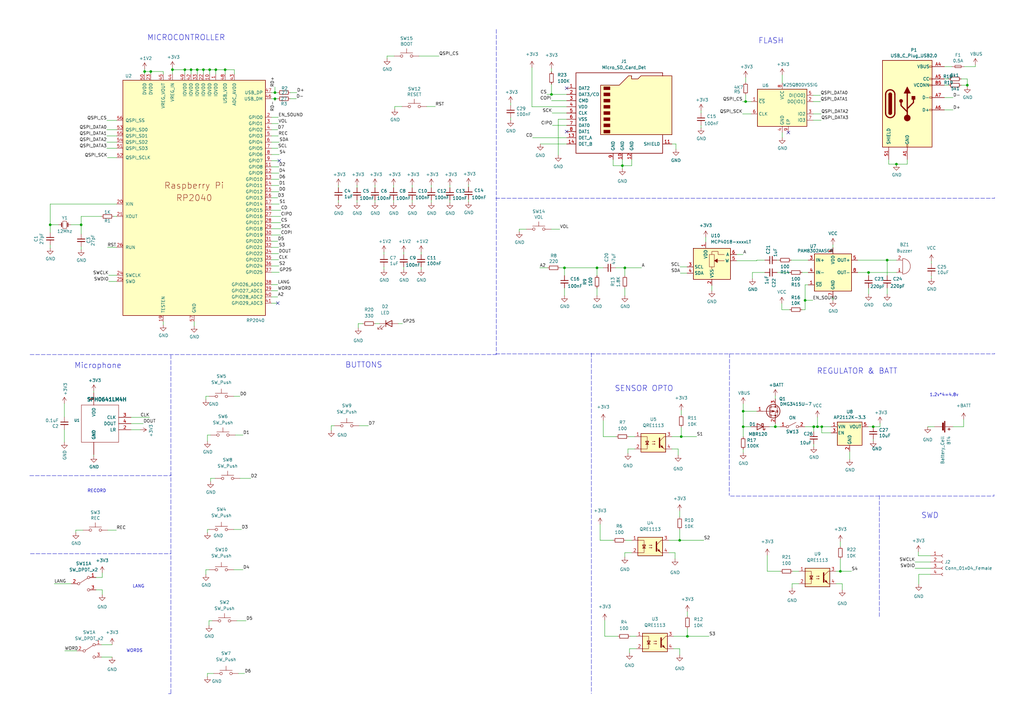
<source format=kicad_sch>
(kicad_sch (version 20211123) (generator eeschema)
  (paper "A3")
  (title_block (date "2022-12-25") (rev "1.0") (comment 1 "Andres Sabas"))
  (junction (at 70.739 28.575))
  (junction (at 255.27 67.945))
  (junction (at 367.665 67.31))
  (junction (at 75.819 28.575))
  (junction (at 330.2 123.19))
  (junction (at 356.235 111.76))
  (junction (at 92.329 28.575))
  (junction (at 278.765 221.615))
  (junction (at 231.521 109.855))
  (junction (at 396.748 34.925))
  (junction (at 279.4 179.07))
  (junction (at 337.058 175.006))
  (junction (at 85.979 28.575))
  (junction (at 281.94 260.985))
  (junction (at 333.756 175.006))
  (junction (at 358.14 175.006))
  (junction (at 305.816 41.656))
  (junction (at 304.8 175.006))
  (junction (at 112.776 40.513))
  (junction (at 88.519 28.575))
  (junction (at 112.776 37.973))
  (junction (at 83.439 28.575))
  (junction (at 304.8 168.656))
  (junction (at 59.309 29.337))
  (junction (at 80.899 28.575))
  (junction (at 61.849 29.337))
  (junction (at 318.008 175.006))
  (junction (at 256.286 109.855))
  (junction (at 33.274 92.202))
  (junction (at 344.678 234.315))
  (junction (at 226.187 38.735))
  (junction (at 363.855 106.68))
  (junction (at 20.574 92.202))
  (junction (at 244.856 109.855))
  (junction (at 335.28 175.006))
  (junction (at 78.359 28.575))
  (no_connect (at 323.342 54.356))
  (no_connect (at 113.919 124.333))
  (no_connect (at 114.554 65.913))
  (no_connect (at 232.41 36.195))
  (no_connect (at 232.41 53.975))
  (wire (pts (xy 44.196 217.424) (xy 47.752 217.424)))
  (wire (pts (xy 112.776 40.513) (xy 113.919 40.513)))
  (wire (pts (xy 111.379 106.553) (xy 114.3 106.553)))
  (wire (pts (xy 165.608 109.474) (xy 165.608 110.49)))
  (wire (pts (xy 226.06 93.98) (xy 229.616 93.98)))
  (wire (pts (xy 85.725 162.56) (xy 84.455 162.56)))
  (wire (pts (xy 341.63 123.19) (xy 341.63 121.92)))
  (wire (pts (xy 314.706 227.711) (xy 314.706 234.315)))
  (wire (pts (xy 59.309 30.353) (xy 59.309 29.337)))
  (wire (pts (xy 318.008 173.736) (xy 318.008 175.006)))
  (wire (pts (xy 26.416 171.069) (xy 26.416 165.481)))
  (wire (pts (xy 324.485 106.68) (xy 331.47 106.68)))
  (wire (pts (xy 244.856 113.03) (xy 244.856 109.855)))
  (wire (pts (xy 66.929 131.953) (xy 66.929 133.223)))
  (wire (pts (xy 59.309 29.337) (xy 59.309 28.321)))
  (wire (pts (xy 387.35 40.005) (xy 390.906 40.005)))
  (wire (pts (xy 330.073 175.006) (xy 333.756 175.006)))
  (wire (pts (xy 85.725 254.635) (xy 85.725 256.54)))
  (wire (pts (xy 279.4 179.07) (xy 285.75 179.07)))
  (wire (pts (xy 319.913 175.006) (xy 318.008 175.006)))
  (wire (pts (xy 333.502 39.116) (xy 336.55 39.116)))
  (wire (pts (xy 192.151 81.788) (xy 192.151 82.804)))
  (wire (pts (xy 165.608 104.394) (xy 165.608 103.378)))
  (wire (pts (xy 99.06 217.17) (xy 95.885 217.17)))
  (wire (pts (xy 111.379 37.973) (xy 112.776 37.973)))
  (wire (pts (xy 330.2 116.84) (xy 331.47 116.84)))
  (wire (pts (xy 78.359 30.353) (xy 78.359 28.575)))
  (wire (pts (xy 244.856 118.11) (xy 244.856 121.285)))
  (wire (pts (xy 325.12 234.315) (xy 327.66 234.315)))
  (wire (pts (xy 111.379 81.153) (xy 113.919 81.153)))
  (wire (pts (xy 394.208 32.385) (xy 396.748 32.385)))
  (wire (pts (xy 318.008 163.576) (xy 318.008 162.306)))
  (wire (pts (xy 80.899 30.353) (xy 80.899 28.575)))
  (wire (pts (xy 232.41 48.895) (xy 228.981 48.895)))
  (wire (pts (xy 111.379 53.213) (xy 113.919 53.213)))
  (wire (pts (xy 318.77 106.68) (xy 319.405 106.68)))
  (polyline (pts (xy 407.924 81.026) (xy 407.924 81.28)))
  (wire (pts (xy 383.286 175.006) (xy 380.492 175.006)))
  (wire (pts (xy 47.879 112.903) (xy 44.577 112.903)))
  (wire (pts (xy 161.671 22.987) (xy 158.75 22.987)))
  (wire (pts (xy 153.797 82.042) (xy 153.797 83.058)))
  (wire (pts (xy 111.379 58.293) (xy 114.554 58.293)))
  (polyline (pts (xy 407.924 144.907) (xy 407.924 145.161)))
  (wire (pts (xy 115.189 86.233) (xy 111.379 86.233)))
  (wire (pts (xy 246.126 215.011) (xy 246.126 221.615)))
  (wire (pts (xy 390.906 175.006) (xy 395.224 175.006)))
  (wire (pts (xy 164.846 43.688) (xy 161.925 43.688)))
  (wire (pts (xy 344.678 234.315) (xy 349.25 234.315)))
  (wire (pts (xy 88.519 28.575) (xy 88.519 30.353)))
  (wire (pts (xy 226.187 38.735) (xy 232.41 38.735)))
  (wire (pts (xy 231.521 109.855) (xy 231.521 113.03)))
  (wire (pts (xy 330.2 123.19) (xy 333.375 123.19)))
  (wire (pts (xy 351.79 111.76) (xy 356.235 111.76)))
  (wire (pts (xy 376.809 235.585) (xy 376.809 239.649)))
  (wire (pts (xy 22.225 239.395) (xy 29.21 239.395)))
  (wire (pts (xy 157.48 104.394) (xy 157.48 103.378)))
  (wire (pts (xy 85.979 28.575) (xy 88.519 28.575)))
  (wire (pts (xy 192.151 76.708) (xy 192.151 75.692)))
  (wire (pts (xy 85.09 178.435) (xy 85.09 180.975)))
  (wire (pts (xy 247.396 172.466) (xy 247.396 179.07)))
  (wire (pts (xy 41.91 241.935) (xy 41.91 243.84)))
  (wire (pts (xy 330.2 116.84) (xy 330.2 123.19)))
  (wire (pts (xy 381.635 227.965) (xy 376.682 227.965)))
  (wire (pts (xy 387.35 27.305) (xy 390.398 27.305)))
  (wire (pts (xy 146.431 76.962) (xy 146.431 75.946)))
  (wire (pts (xy 66.929 29.337) (xy 61.849 29.337)))
  (wire (pts (xy 313.69 111.76) (xy 308.61 111.76)))
  (wire (pts (xy 41.656 269.494) (xy 45.974 269.494)))
  (wire (pts (xy 61.849 29.337) (xy 61.849 30.353)))
  (wire (pts (xy 92.329 30.353) (xy 92.329 28.575)))
  (wire (pts (xy 100.33 276.225) (xy 97.79 276.225)))
  (wire (pts (xy 138.811 76.962) (xy 138.811 75.946)))
  (wire (pts (xy 34.036 217.424) (xy 31.115 217.424)))
  (wire (pts (xy 256.286 226.695) (xy 256.286 228.473)))
  (wire (pts (xy 111.379 109.093) (xy 114.427 109.093)))
  (wire (pts (xy 247.396 179.07) (xy 252.73 179.07)))
  (wire (pts (xy 33.274 92.202) (xy 33.274 96.012)))
  (wire (pts (xy 111.379 40.513) (xy 112.776 40.513)))
  (wire (pts (xy 252.476 109.855) (xy 256.286 109.855)))
  (wire (pts (xy 66.929 30.353) (xy 66.929 29.337)))
  (wire (pts (xy 305.816 41.656) (xy 304.546 41.656)))
  (wire (pts (xy 308.102 46.736) (xy 304.546 46.736)))
  (wire (pts (xy 161.417 82.042) (xy 161.417 83.058)))
  (wire (pts (xy 111.379 76.073) (xy 114.427 76.073)))
  (wire (pts (xy 333.502 46.736) (xy 336.804 46.736)))
  (wire (pts (xy 96.139 28.575) (xy 92.329 28.575)))
  (wire (pts (xy 324.866 239.395) (xy 324.866 241.173)))
  (wire (pts (xy 259.08 226.695) (xy 256.286 226.695)))
  (wire (pts (xy 320.802 54.356) (xy 320.802 56.388)))
  (wire (pts (xy 258.191 266.065) (xy 258.191 267.843)))
  (wire (pts (xy 84.455 162.56) (xy 84.455 163.83)))
  (wire (pts (xy 260.985 266.065) (xy 258.191 266.065)))
  (wire (pts (xy 244.856 109.855) (xy 231.521 109.855)))
  (wire (pts (xy 209.423 43.18) (xy 209.423 42.164)))
  (wire (pts (xy 248.031 260.985) (xy 253.365 260.985)))
  (wire (pts (xy 111.379 78.613) (xy 114.427 78.613)))
  (wire (pts (xy 221.615 59.055) (xy 232.41 59.055)))
  (wire (pts (xy 80.899 28.575) (xy 83.439 28.575)))
  (wire (pts (xy 161.417 76.962) (xy 161.417 75.946)))
  (wire (pts (xy 115.189 88.773) (xy 111.379 88.773)))
  (wire (pts (xy 111.379 119.253) (xy 113.919 119.253)))
  (wire (pts (xy 59.309 29.337) (xy 61.849 29.337)))
  (wire (pts (xy 53.721 171.196) (xy 61.341 171.196)))
  (wire (pts (xy 394.208 34.925) (xy 396.748 34.925)))
  (wire (pts (xy 259.08 67.945) (xy 255.27 67.945)))
  (wire (pts (xy 99.695 233.68) (xy 95.885 233.68)))
  (wire (pts (xy 33.274 102.362) (xy 33.274 101.092)))
  (wire (pts (xy 228.981 48.895) (xy 228.981 63.627)))
  (wire (pts (xy 115.189 91.313) (xy 111.379 91.313)))
  (wire (pts (xy 256.286 118.11) (xy 256.286 121.285)))
  (wire (pts (xy 111.379 65.913) (xy 114.554 65.913)))
  (wire (pts (xy 333.756 177.038) (xy 333.756 175.006)))
  (wire (pts (xy 358.14 175.006) (xy 360.934 175.006)))
  (wire (pts (xy 111.379 101.473) (xy 114.3 101.473)))
  (wire (pts (xy 226.568 51.435) (xy 232.41 51.435)))
  (wire (pts (xy 302.133 104.394) (xy 304.8 104.394)))
  (wire (pts (xy 111.379 111.633) (xy 114.554 111.633)))
  (polyline (pts (xy 203.581 12.065) (xy 203.581 145.415)))
  (wire (pts (xy 381.635 235.585) (xy 376.809 235.585)))
  (wire (pts (xy 281.94 250.825) (xy 281.94 252.73)))
  (wire (pts (xy 226.187 28.067) (xy 226.187 29.464)))
  (wire (pts (xy 47.879 49.403) (xy 43.815 49.403)))
  (wire (pts (xy 330.2 123.19) (xy 330.2 127)))
  (wire (pts (xy 118.999 37.973) (xy 121.793 37.973)))
  (wire (pts (xy 287.528 51.435) (xy 287.528 52.451)))
  (wire (pts (xy 278.13 184.15) (xy 278.13 186.69)))
  (wire (pts (xy 70.739 28.575) (xy 70.739 27.813)))
  (wire (pts (xy 364.49 67.31) (xy 367.665 67.31)))
  (wire (pts (xy 31.115 217.424) (xy 31.115 218.44)))
  (wire (pts (xy 335.28 171.069) (xy 335.28 175.006)))
  (wire (pts (xy 161.925 43.688) (xy 161.925 44.704)))
  (wire (pts (xy 279.4 168.275) (xy 279.4 170.18)))
  (wire (pts (xy 115.189 93.853) (xy 111.379 93.853)))
  (wire (pts (xy 281.94 257.81) (xy 281.94 260.985)))
  (wire (pts (xy 328.93 111.76) (xy 331.47 111.76)))
  (wire (pts (xy 337.058 177.546) (xy 340.868 177.546)))
  (wire (pts (xy 26.416 181.356) (xy 26.416 176.149)))
  (wire (pts (xy 360.934 175.006) (xy 360.934 173.609)))
  (wire (pts (xy 395.224 171.958) (xy 395.224 175.006)))
  (wire (pts (xy 333.502 41.656) (xy 336.55 41.656)))
  (wire (pts (xy 47.879 88.773) (xy 46.609 88.773)))
  (polyline (pts (xy 299.212 145.034) (xy 299.085 203.2)))
  (wire (pts (xy 310.388 106.68) (xy 313.69 106.68)))
  (wire (pts (xy 356.235 111.76) (xy 356.235 113.03)))
  (wire (pts (xy 157.48 109.474) (xy 157.48 110.49)))
  (wire (pts (xy 275.59 184.15) (xy 278.13 184.15)))
  (wire (pts (xy 176.911 82.042) (xy 176.911 83.058)))
  (wire (pts (xy 148.844 132.715) (xy 146.939 132.715)))
  (wire (pts (xy 102.87 196.215) (xy 98.425 196.215)))
  (wire (pts (xy 47.879 115.443) (xy 44.577 115.443)))
  (polyline (pts (xy 12.319 145.415) (xy 203.581 145.415)))
  (wire (pts (xy 308.61 111.76) (xy 308.61 114.3)))
  (wire (pts (xy 305.816 33.782) (xy 305.816 31.75)))
  (wire (pts (xy 47.879 83.693) (xy 20.574 83.693)))
  (wire (pts (xy 85.09 217.17) (xy 85.725 217.17)))
  (wire (pts (xy 87.63 276.225) (xy 85.09 276.225)))
  (wire (pts (xy 304.8 184.277) (xy 304.8 185.674)))
  (wire (pts (xy 372.11 65.405) (xy 372.11 67.31)))
  (wire (pts (xy 289.433 97.282) (xy 289.433 99.314)))
  (wire (pts (xy 212.979 93.98) (xy 212.979 94.996)))
  (wire (pts (xy 88.265 196.215) (xy 86.36 196.215)))
  (wire (pts (xy 158.75 22.987) (xy 158.75 24.003)))
  (wire (pts (xy 135.89 174.625) (xy 135.89 176.53)))
  (wire (pts (xy 323.85 127) (xy 320.675 127)))
  (wire (pts (xy 276.86 226.695) (xy 276.86 229.235)))
  (wire (pts (xy 75.819 30.353) (xy 75.819 28.575)))
  (wire (pts (xy 396.748 34.925) (xy 396.748 35.56)))
  (wire (pts (xy 364.49 65.405) (xy 364.49 67.31)))
  (wire (pts (xy 375.285 230.505) (xy 381.635 230.505)))
  (wire (pts (xy 276.225 266.065) (xy 278.765 266.065)))
  (wire (pts (xy 256.54 221.615) (xy 259.08 221.615)))
  (wire (pts (xy 70.739 28.575) (xy 75.819 28.575)))
  (wire (pts (xy 47.879 58.293) (xy 43.815 58.293)))
  (wire (pts (xy 137.16 174.625) (xy 135.89 174.625)))
  (wire (pts (xy 151.13 174.625) (xy 147.32 174.625)))
  (polyline (pts (xy 12.446 227.076) (xy 70.104 227.076)))
  (wire (pts (xy 38.481 187.071) (xy 38.481 186.436)))
  (wire (pts (xy 229.616 109.855) (xy 231.521 109.855)))
  (wire (pts (xy 111.379 50.673) (xy 114.173 50.673)))
  (wire (pts (xy 337.058 175.006) (xy 340.868 175.006)))
  (polyline (pts (xy 203.327 145.161) (xy 407.924 145.161)))
  (wire (pts (xy 169.037 76.962) (xy 169.037 75.946)))
  (wire (pts (xy 278.765 217.17) (xy 278.765 221.615)))
  (wire (pts (xy 259.08 65.405) (xy 259.08 67.945)))
  (wire (pts (xy 33.274 88.773) (xy 41.529 88.773)))
  (wire (pts (xy 26.543 266.954) (xy 31.496 266.954)))
  (wire (pts (xy 257.81 179.07) (xy 260.35 179.07)))
  (wire (pts (xy 29.083 92.202) (xy 33.274 92.202)))
  (wire (pts (xy 41.656 264.414) (xy 45.974 264.414)))
  (wire (pts (xy 278.892 109.474) (xy 281.813 109.474)))
  (wire (pts (xy 279.019 112.014) (xy 281.813 112.014)))
  (wire (pts (xy 363.855 106.68) (xy 367.665 106.68)))
  (wire (pts (xy 153.924 132.715) (xy 155.702 132.715)))
  (wire (pts (xy 304.8 168.656) (xy 304.8 165.608)))
  (wire (pts (xy 358.14 180.086) (xy 358.14 180.721)))
  (wire (pts (xy 276.225 260.985) (xy 281.94 260.985)))
  (wire (pts (xy 138.811 82.042) (xy 138.811 83.058)))
  (wire (pts (xy 111.379 116.713) (xy 113.919 116.713)))
  (wire (pts (xy 356.235 118.11) (xy 356.235 120.65)))
  (wire (pts (xy 255.27 65.405) (xy 255.27 67.945)))
  (wire (pts (xy 86.36 196.215) (xy 86.36 197.485)))
  (wire (pts (xy 307.975 175.006) (xy 304.8 175.006)))
  (wire (pts (xy 218.186 43.815) (xy 232.41 43.815)))
  (polyline (pts (xy 69.088 284.48) (xy 70.104 284.48)))
  (wire (pts (xy 320.802 34.036) (xy 320.802 30.734)))
  (wire (pts (xy 83.439 28.575) (xy 85.979 28.575)))
  (wire (pts (xy 184.531 76.962) (xy 184.531 75.946)))
  (polyline (pts (xy 407.67 202.819) (xy 407.67 203.454)))
  (wire (pts (xy 20.574 83.693) (xy 20.574 92.202)))
  (wire (pts (xy 39.37 236.855) (xy 41.91 236.855)))
  (wire (pts (xy 39.37 241.935) (xy 41.91 241.935)))
  (wire (pts (xy 146.431 82.042) (xy 146.431 83.058)))
  (wire (pts (xy 111.379 48.133) (xy 114.173 48.133)))
  (wire (pts (xy 172.72 104.394) (xy 172.72 103.378)))
  (wire (pts (xy 111.379 70.993) (xy 114.427 70.993)))
  (wire (pts (xy 47.879 55.753) (xy 43.815 55.753)))
  (wire (pts (xy 98.425 162.56) (xy 95.885 162.56)))
  (wire (pts (xy 304.8 175.006) (xy 304.8 168.656)))
  (wire (pts (xy 85.979 30.353) (xy 85.979 28.575)))
  (wire (pts (xy 372.11 67.31) (xy 367.665 67.31)))
  (wire (pts (xy 345.44 239.395) (xy 345.44 241.935)))
  (wire (pts (xy 153.797 76.962) (xy 153.797 75.946)))
  (wire (pts (xy 111.379 60.833) (xy 114.046 60.833)))
  (wire (pts (xy 327.66 239.395) (xy 324.866 239.395)))
  (wire (pts (xy 224.282 38.735) (xy 226.187 38.735)))
  (wire (pts (xy 387.35 32.385) (xy 389.128 32.385)))
  (wire (pts (xy 86.36 178.435) (xy 85.09 178.435)))
  (wire (pts (xy 38.481 161.036) (xy 38.481 160.401)))
  (wire (pts (xy 382.016 108.077) (xy 382.016 107.061)))
  (wire (pts (xy 275.59 59.055) (xy 277.241 59.055)))
  (polyline (pts (xy 299.593 203.454) (xy 407.67 203.454)))
  (polyline (pts (xy 242.57 144.78) (xy 242.57 284.48)))
  (wire (pts (xy 146.939 132.715) (xy 146.939 134.493)))
  (wire (pts (xy 92.329 28.575) (xy 88.519 28.575)))
  (wire (pts (xy 111.379 124.333) (xy 113.919 124.333)))
  (wire (pts (xy 287.528 46.355) (xy 287.528 45.339)))
  (wire (pts (xy 53.721 173.736) (xy 58.801 173.736)))
  (wire (pts (xy 304.8 175.006) (xy 304.8 179.197)))
  (wire (pts (xy 335.28 175.006) (xy 337.058 175.006)))
  (wire (pts (xy 218.186 27.686) (xy 218.186 43.815)))
  (wire (pts (xy 318.77 111.76) (xy 323.85 111.76)))
  (wire (pts (xy 387.35 34.925) (xy 389.128 34.925)))
  (wire (pts (xy 351.79 106.68) (xy 363.855 106.68)))
  (wire (pts (xy 363.855 106.68) (xy 363.855 113.03)))
  (wire (pts (xy 342.9 234.315) (xy 344.678 234.315)))
  (wire (pts (xy 209.423 48.26) (xy 209.423 49.276)))
  (wire (pts (xy 395.478 27.305) (xy 400.05 27.305)))
  (wire (pts (xy 47.879 60.833) (xy 43.815 60.833)))
  (wire (pts (xy 85.09 218.44) (xy 85.09 217.17)))
  (wire (pts (xy 84.455 233.68) (xy 84.455 235.585)))
  (wire (pts (xy 112.776 37.973) (xy 113.919 37.973)))
  (wire (pts (xy 111.379 73.533) (xy 114.427 73.533)))
  (wire (pts (xy 258.445 260.985) (xy 260.985 260.985)))
  (wire (pts (xy 244.856 109.855) (xy 247.396 109.855)))
  (wire (pts (xy 57.531 176.276) (xy 53.721 176.276)))
  (wire (pts (xy 376.682 226.314) (xy 376.682 227.965)))
  (wire (pts (xy 78.359 28.575) (xy 80.899 28.575)))
  (wire (pts (xy 330.2 127) (xy 328.93 127)))
  (wire (pts (xy 333.756 175.006) (xy 335.28 175.006)))
  (wire (pts (xy 396.748 32.385) (xy 396.748 34.925)))
  (wire (pts (xy 260.35 184.15) (xy 257.556 184.15)))
  (wire (pts (xy 112.776 35.687) (xy 112.776 37.973)))
  (wire (pts (xy 387.35 45.085) (xy 390.906 45.085)))
  (wire (pts (xy 246.126 221.615) (xy 251.46 221.615)))
  (wire (pts (xy 314.706 234.315) (xy 320.04 234.315)))
  (wire (pts (xy 348.488 185.166) (xy 348.488 188.341)))
  (wire (pts (xy 75.819 28.575) (xy 78.359 28.575)))
  (wire (pts (xy 310.388 168.656) (xy 304.8 168.656)))
  (wire (pts (xy 400.05 27.305) (xy 400.05 26.543)))
  (wire (pts (xy 256.286 109.855) (xy 263.144 109.855)))
  (wire (pts (xy 20.574 92.202) (xy 24.003 92.202)))
  (wire (pts (xy 291.973 117.094) (xy 291.973 119.253)))
  (wire (pts (xy 344.678 222.123) (xy 344.678 224.155)))
  (wire (pts (xy 281.94 260.985) (xy 290.83 260.985)))
  (wire (pts (xy 248.031 254.381) (xy 248.031 260.985)))
  (wire (pts (xy 111.379 55.753) (xy 114.173 55.753)))
  (wire (pts (xy 356.108 175.006) (xy 358.14 175.006)))
  (wire (pts (xy 184.531 82.042) (xy 184.531 83.058)))
  (wire (pts (xy 47.879 101.473) (xy 44.069 101.473)))
  (wire (pts (xy 218.44 56.515) (xy 232.41 56.515)))
  (wire (pts (xy 342.9 239.395) (xy 345.44 239.395)))
  (wire (pts (xy 115.189 96.393) (xy 111.379 96.393)))
  (polyline (pts (xy 360.68 203.2) (xy 360.68 253.365)))
  (wire (pts (xy 83.439 30.353) (xy 83.439 28.575)))
  (wire (pts (xy 318.008 175.006) (xy 315.595 175.006)))
  (wire (pts (xy 302.133 106.934) (xy 310.388 106.934)))
  (polyline (pts (xy 70.104 195.072) (xy 70.104 194.564)))
  (wire (pts (xy 305.816 38.862) (xy 305.816 41.656)))
  (wire (pts (xy 111.379 68.453) (xy 114.427 68.453)))
  (wire (pts (xy 85.09 276.225) (xy 85.09 277.495)))
  (wire (pts (xy 274.32 221.615) (xy 278.765 221.615)))
  (wire (pts (xy 41.91 236.855) (xy 41.91 234.95)))
  (wire (pts (xy 175.006 43.688) (xy 178.562 43.688)))
  (wire (pts (xy 256.286 109.855) (xy 256.286 113.03)))
  (wire (pts (xy 176.911 76.962) (xy 176.911 75.946)))
  (wire (pts (xy 278.765 209.55) (xy 278.765 212.09)))
  (polyline (pts (xy 203.327 81.28) (xy 407.924 81.28)))
  (wire (pts (xy 215.9 93.98) (xy 212.979 93.98)))
  (wire (pts (xy 278.765 266.065) (xy 278.765 268.605)))
  (wire (pts (xy 111.379 104.013) (xy 114.3 104.013)))
  (wire (pts (xy 111.379 63.373) (xy 114.554 63.373)))
  (wire (pts (xy 333.502 49.276) (xy 336.804 49.276)))
  (wire (pts (xy 226.441 46.355) (xy 232.41 46.355)))
  (wire (pts (xy 320.675 127) (xy 320.675 124.46)))
  (wire (pts (xy 382.016 113.157) (xy 382.016 114.173)))
  (wire (pts (xy 344.678 229.235) (xy 344.678 234.315)))
  (wire (pts (xy 337.058 177.546) (xy 337.058 175.006)))
  (polyline (pts (xy 70.104 145.542) (xy 70.104 284.48)))
  (wire (pts (xy 356.235 111.76) (xy 367.665 111.76)))
  (wire (pts (xy 341.63 100.33) (xy 341.63 101.6)))
  (wire (pts (xy 172.72 109.474) (xy 172.72 110.49)))
  (wire (pts (xy 70.739 30.353) (xy 70.739 28.575)))
  (wire (pts (xy 278.765 221.615) (xy 288.671 221.615)))
  (wire (pts (xy 279.4 175.26) (xy 279.4 179.07)))
  (wire (pts (xy 114.554 83.693) (xy 111.379 83.693)))
  (wire (pts (xy 375.285 233.045) (xy 381.635 233.045)))
  (wire (pts (xy 257.556 184.15) (xy 257.556 185.928)))
  (wire (pts (xy 171.831 22.987) (xy 180.086 22.987)))
  (wire (pts (xy 255.27 67.945) (xy 255.27 69.215)))
  (wire (pts (xy 86.995 254.635) (xy 85.725 254.635)))
  (wire (pts (xy 47.879 53.213) (xy 43.815 53.213)))
  (wire (pts (xy 333.756 182.118) (xy 333.756 183.134)))
  (wire (pts (xy 226.187 41.275) (xy 232.41 41.275)))
  (wire (pts (xy 169.037 82.042) (xy 169.037 83.058)))
  (wire (pts (xy 231.521 118.11) (xy 231.521 121.285)))
  (wire (pts (xy 251.46 67.945) (xy 255.27 67.945)))
  (wire (pts (xy 96.139 30.353) (xy 96.139 28.575)))
  (wire (pts (xy 310.388 106.934) (xy 310.388 106.68)))
  (wire (pts (xy 100.965 254.635) (xy 97.155 254.635)))
  (wire (pts (xy 20.574 101.727) (xy 20.574 100.457)))
  (wire (pts (xy 118.999 40.513) (xy 121.539 40.513)))
  (wire (pts (xy 363.855 118.11) (xy 363.855 120.65)))
  (wire (pts (xy 47.879 64.643) (xy 44.069 64.643)))
  (wire (pts (xy 112.776 41.402) (xy 112.776 40.513)))
  (wire (pts (xy 99.695 178.435) (xy 96.52 178.435)))
  (wire (pts (xy 85.725 233.68) (xy 84.455 233.68)))
  (wire (pts (xy 226.187 34.544) (xy 226.187 38.735)))
  (wire (pts (xy 163.322 132.715) (xy 165.1 132.715)))
  (wire (pts (xy 111.379 121.793) (xy 113.919 121.793)))
  (wire (pts (xy 79.629 131.953) (xy 79.629 133.731)))
  (wire (pts (xy 279.4 179.07) (xy 275.59 179.07)))
  (polyline (pts (xy 12.192 195.072) (xy 70.104 195.072)))
  (wire (pts (xy 221.361 109.855) (xy 224.536 109.855)))
  (wire (pts (xy 251.46 65.405) (xy 251.46 67.945)))
  (wire (pts (xy 113.919 98.933) (xy 111.379 98.933)))
  (wire (pts (xy 277.241 59.055) (xy 277.241 61.214)))
  (wire (pts (xy 33.274 88.773) (xy 33.274 92.202)))
  (wire (pts (xy 308.102 41.656) (xy 305.816 41.656)))
  (wire (pts (xy 20.574 92.202) (xy 20.574 95.377)))
  (wire (pts (xy 274.32 226.695) (xy 276.86 226.695)))
  (text "REGULATOR & BATT" (at 335.026 153.67 0) (effects (font (size 2.2606 2.2606)) (justify left bottom)))
  (text "LANG" (at 54.356 241.3 0) (effects (font (size 1.27 1.27)) (justify left bottom)))
  (text "SWD" (at 377.825 212.852 0) (effects (font (size 2.27 2.27)) (justify left bottom)))
  (text "1.2v*4=4.8v" (at 381.254 162.814 0) (effects (font (size 1.27 1.27)) (justify left bottom)))
  (text "WORDS" (at 51.816 267.716 0) (effects (font (size 1.27 1.27)) (justify left bottom)))
  (text "FLASH" (at 311.023 18.161 0) (effects (font (size 2.2606 2.2606)) (justify left bottom)))
  (text "RECORD" (at 35.814 202.184 0) (effects (font (size 1.27 1.27)) (justify left bottom)))
  (text "SENSOR OPTO" (at 252.095 160.782 0) (effects (font (size 2.27 2.27)) (justify left bottom)))
  (text "Microphone" (at 30.48 151.384 0) (effects (font (size 2.27 2.27)) (justify left bottom)))
  (text "BUTTONS" (at 141.605 151.13 0) (effects (font (size 2.27 2.27)) (justify left bottom)))
  (text "MICROCONTROLLER" (at 60.325 16.891 0) (effects (font (size 2.2606 2.2606)) (justify left bottom)))
  (label "D+" (at 390.906 45.085 0))
  (label "D0" (at 114.427 78.613 0))
  (label "SCL" (at 114.046 60.833 0))
  (label "D2" (at 114.427 68.453 0))
  (label "CD" (at 115.189 86.233 0))
  (label "S3" (at 114.3 101.473 0))
  (label "SCK" (at 226.441 46.355 180))
  (label "A" (at 304.8 104.394 0))
  (label "RD+" (at 112.776 35.687 90))
  (label "CS" (at 115.189 91.313 0))
  (label "EN_SOUND" (at 333.375 123.19 0))
  (label "GP25" (at 114.554 111.633 0))
  (label "A2" (at 221.361 109.855 0))
  (label "S1" (at 285.75 179.07 0))
  (label "QSPI_DATA0" (at 43.815 53.213 180))
  (label "D0" (at 98.425 162.56 0))
  (label "QSPI_SCK" (at 44.069 64.643 180))
  (label "S2" (at 288.671 221.615 0))
  (label "QSPI_SCK" (at 304.546 46.736 180))
  (label "RST" (at 178.562 43.688 0))
  (label "SDA" (at 114.554 58.293 0))
  (label "SWCLK" (at 44.577 112.903 180))
  (label "SWDIO" (at 375.285 233.045 180))
  (label "D1" (at 114.427 76.073 0))
  (label "CS" (at 224.282 38.735 180))
  (label "D6" (at 100.33 276.225 0))
  (label "REC" (at 114.173 55.753 0))
  (label "QSPI_DATA3" (at 336.804 49.276 0))
  (label "LANG" (at 113.919 116.713 0))
  (label "DOUT" (at 114.3 104.013 0))
  (label "D7" (at 151.13 174.625 0))
  (label "CIPO" (at 115.189 88.773 0))
  (label "QSPI_DATA0" (at 336.55 39.116 0))
  (label "S2" (at 114.427 109.093 0))
  (label "QSPI_DATA2" (at 43.815 58.293 180))
  (label "D-" (at 121.539 40.513 0))
  (label "RD-" (at 112.776 41.402 270))
  (label "D4" (at 99.695 233.68 0))
  (label "D7" (at 113.919 53.213 0))
  (label "CIPO" (at 226.568 51.435 180))
  (label "WORD" (at 26.543 266.954 0))
  (label "S4" (at 114.554 63.373 0))
  (label "D4" (at 114.427 70.993 0))
  (label "A" (at 263.144 109.855 0))
  (label "WORD" (at 113.919 119.253 0))
  (label "D1" (at 99.695 178.435 0))
  (label "QSPI_DATA1" (at 43.815 55.753 180))
  (label "SCK" (at 115.189 93.853 0))
  (label "CLK" (at 61.341 171.196 180))
  (label "CD" (at 218.44 56.515 180))
  (label "SWCLK" (at 375.285 230.505 180))
  (label "VOL" (at 229.616 93.98 0))
  (label "DOUT" (at 58.801 173.736 0))
  (label "RST" (at 44.069 101.473 0))
  (label "EN_SOUND" (at 114.173 48.133 0))
  (label "COPI" (at 226.187 41.275 180))
  (label "QSPI_CS" (at 43.815 49.403 180))
  (label "QSPI_CS" (at 180.086 22.987 0))
  (label "S4" (at 349.25 234.315 0))
  (label "CLK" (at 114.3 106.553 0))
  (label "COPI" (at 115.189 96.393 0))
  (label "S1" (at 114.554 83.693 0))
  (label "D5" (at 113.919 98.933 0))
  (label "REC" (at 47.752 217.424 0))
  (label "QSPI_DATA1" (at 336.55 41.656 0))
  (label "D5" (at 100.965 254.635 0))
  (label "D-" (at 390.906 40.005 0))
  (label "D2" (at 102.87 196.215 0))
  (label "D3" (at 113.919 81.153 0))
  (label "QSPI_CS" (at 304.546 41.656 180))
  (label "SWDIO" (at 44.577 115.443 180))
  (label "QSPI_DATA3" (at 43.815 60.833 180))
  (label "A2" (at 113.919 121.793 0))
  (label "VOL" (at 114.173 50.673 0))
  (label "GP25" (at 165.1 132.715 0))
  (label "LANG" (at 22.225 239.395 0))
  (label "SCL" (at 278.892 109.474 180))
  (label "D+" (at 121.793 37.973 0))
  (label "D3" (at 99.06 217.17 0))
  (label "D6" (at 114.427 73.533 0))
  (label "S3" (at 290.83 260.985 0))
  (label "QSPI_DATA2" (at 336.804 46.736 0))
  (label "SDA" (at 279.019 112.014 180))
  (symbol (lib_id "Device:C_Small") (at 33.274 98.552 0) (unit 1)
    (property "Reference" "C3" (at 36.322 98.552 90))
    (property "Value" "27pF" (at 38.1 98.552 90))
    (property "Footprint" "Capacitor_SMD:C_0603_1608Metric" (effects hide))
    (property "Datasheet" "https://www.mouser.mx/datasheet/2/585/MLCC-1837944.pdf" (effects hide))
    (property "manf#" "C0603C270J5GAC7411" (effects hide))
    (property "Stock en EC" "No" (effects hide))
    (property "provedor" "MOUSER" (effects hide))
  )
  (symbol (lib_id "power:+3V3") (at 70.739 27.813 0) (unit 1)
    (property "Reference" "#PWR015" (effects hide))
    (property "Value" "+3V3" (at 71.12 23.4188 0))
  )
  (symbol (lib_id "power:GND") (at 231.521 121.285 0) (unit 1)
    (property "Reference" "#PWR058" (effects hide))
    (property "Value" "GND" (at 231.648 125.6792 0))
  )
  (symbol (lib_name "GND_4") (lib_id "power:GND") (at 146.939 134.493 0) (unit 1)
    (property "Reference" "#PWR091" (effects hide))
    (property "Value" "GND" (at 146.939 139.7 0))
  )
  (symbol (lib_id "power:+3V3") (at 45.974 264.414 0) (unit 1)
    (property "Reference" "#PWR08" (effects hide))
    (property "Value" "+3V3" (at 45.974 259.334 0))
  )
  (symbol (lib_id "power:+3V3") (at 278.765 209.55 0) (unit 1)
    (property "Reference" "#PWR063" (effects hide))
    (property "Value" "+3V3" (at 278.765 204.47 0))
  )
  (symbol (lib_id "Device:R_Small") (at 321.945 106.68 90) (unit 1)
    (property "Reference" "R14" (at 321.945 111.6584 90))
    (property "Value" "100" (at 321.945 109.347 90))
    (property "Footprint" "Resistor_SMD:R_0603_1608Metric" (effects hide))
    (property "Datasheet" "https://datasheet.lcsc.com/lcsc/2205311845_UNI-ROYAL-Uniroyal-Elec-0603WAJ0101T5E_C25201.pdf" (effects hide))
    (property "LCSC#" "C25201" (effects hide))
    (property "manf#" "0603WAJ0101T5E" (effects hide))
    (property "Stock en Electronic Cats" "En Electronic Cats" (effects hide))
    (property "Stock en EC" "Yes" (effects hide))
    (property "provedor" "LCSC" (effects hide))
  )
  (symbol (lib_id "HunterCat-NFC-rescue:USB_C_Plug_USB2.0-Connector") (at 372.11 42.545 0) (unit 1)
    (property "Reference" "P1" (at 374.8278 20.5232 0))
    (property "Value" "USB_C_Plug_USB2.0" (at 374.8278 22.8346 0))
    (property "Footprint" "Connectors:C393939" (effects hide))
    (property "Datasheet" "https://datasheet.lcsc.com/lcsc/2108132030_Korean-Hroparts-Elec-TYPE-C-31-M-31_C2760486.pdf" (effects hide))
    (property "manf#" "TYPE-C-31-M-31" (effects hide))
    (property "LCSC#" "C2987386" (effects hide))
    (property "provedor" "LCSC" (effects hide))
    (property "Stock en EC" "Yes" (effects hide))
  )
  (symbol (lib_id "power:+3V3") (at 279.4 168.275 0) (unit 1)
    (property "Reference" "#PWR064" (effects hide))
    (property "Value" "+3V3" (at 279.4 163.195 0))
  )
  (symbol (lib_name "+3V3_1") (lib_id "power:+3V3") (at 218.186 27.686 0) (unit 1)
    (property "Reference" "#PWR098" (effects hide))
    (property "Value" "+3V3" (at 218.186 22.225 0))
  )
  (symbol (lib_id "Device:R_Small") (at 256.286 115.57 0) (unit 1)
    (property "Reference" "R13" (at 251.3076 115.57 90))
    (property "Value" "1.8K" (at 253.619 115.57 90))
    (property "Footprint" "Resistor_SMD:R_0603_1608Metric" (effects hide))
    (property "Datasheet" "https://datasheet.lcsc.com/lcsc/2206010230_UNI-ROYAL-Uniroyal-Elec-0603WAF1801T5E_C4177.pdf" (effects hide))
    (property "LCSC#" "C4177" (effects hide))
    (property "Stock en Electronic Cats" "En Electronic Cats" (effects hide))
    (property "Stock en EC" "Yes" (effects hide))
    (property "provedor" "LCSC" (effects hide))
  )
  (symbol (lib_id "power:GND") (at 84.455 235.585 0) (unit 1)
    (property "Reference" "#PWR0125" (effects hide))
    (property "Value" "GND" (at 84.582 239.9792 0))
  )
  (symbol (lib_id "Device:R_Small") (at 278.765 214.63 180) (unit 1)
    (property "Reference" "R10" (at 280.67 213.3599 0) (effects (justify right)))
    (property "Value" "10K" (at 280.67 215.8999 0) (effects (justify right)))
    (property "Footprint" "Capacitor_SMD:C_0603_1608Metric" (effects hide))
    (property "Datasheet" "https://datasheet.lcsc.com/lcsc/1811081617_YAGEO-RC0603JR-0710KL_C99198.pdf" (effects hide))
    (property "LCSC#" "C99198" (effects hide))
    (property "Stock en EC" "Yes" (effects hide))
    (property "provedor" "LCSC" (effects hide))
  )
  (symbol (lib_id "power:+3V3") (at 209.423 42.164 0) (unit 1)
    (property "Reference" "#PWR096" (effects hide))
    (property "Value" "+3V3" (at 209.804 37.7698 0))
  )
  (symbol (lib_id "power:+3V3") (at 169.037 75.946 0) (unit 1)
    (property "Reference" "#PWR039" (effects hide))
    (property "Value" "+3V3" (at 169.418 71.5518 0))
  )
  (symbol (lib_id "power:GND") (at 138.811 83.058 0) (unit 1)
    (property "Reference" "#PWR022" (effects hide))
    (property "Value" "GND" (at 138.938 87.4522 0))
  )
  (symbol (lib_id "Device:R_Small") (at 151.384 132.715 270) (unit 1)
    (property "Reference" "R20" (at 151.384 127 90))
    (property "Value" "330" (at 151.384 129.54 90))
    (property "Footprint" "Resistor_SMD:R_0603_1608Metric" (effects hide))
    (property "LCSC#" " C279996" (effects hide))
    (property "provedor" "LCSC" (effects hide))
    (property "Stock en EC" "Yes" (effects hide))
  )
  (symbol (lib_id "power:GND") (at 308.61 114.3 0) (unit 1)
    (property "Reference" "#PWR069" (effects hide))
    (property "Value" "GND" (at 308.737 118.6942 0))
  )
  (symbol (lib_id "power:+3V3") (at 146.431 75.946 0) (unit 1)
    (property "Reference" "#PWR026" (effects hide))
    (property "Value" "+3V3" (at 146.812 71.5518 0))
  )
  (symbol (lib_name "+3V3_2") (lib_id "power:+3V3") (at 289.433 97.282 0) (unit 1)
    (property "Reference" "#PWR0102" (effects hide))
    (property "Value" "+3V3" (at 289.433 92.456 0))
  )
  (symbol (lib_id "Device:C_Small") (at 358.14 177.546 0) (unit 1)
    (property "Reference" "C27" (at 360.4768 176.3776 0) (effects (justify left)))
    (property "Value" "10uF" (at 360.4768 178.689 0) (effects (justify left)))
    (property "Footprint" "Capacitor_SMD:C_0402_1005Metric_Pad0.74x0.62mm_HandSolder" (effects hide))
    (property "Datasheet" "https://datasheet.lcsc.com/lcsc/2208231630_Samsung-Electro-Mechanics-CL05A106MQ5NUNC_C15525.pdf" (effects hide))
    (property "manf#" "CL05A106MQ5NUNC" (effects hide))
    (property "provedor" "LCSC" (effects hide))
    (property "LCSC#" "C15525" (effects hide))
    (property "Stock en EC" "Yes" (effects hide))
  )
  (symbol (lib_id "power:+3.3V") (at 57.531 176.276 270) (unit 1)
    (property "Reference" "#PWR012" (effects hide))
    (property "Value" "+3.3V" (at 61.9252 176.657 0))
  )
  (symbol (lib_id "Device:R_Small") (at 344.678 226.695 180) (unit 1)
    (property "Reference" "R22" (at 347.218 225.4249 0) (effects (justify right)))
    (property "Value" "10K" (at 347.218 227.9649 0) (effects (justify right)))
    (property "Footprint" "Capacitor_SMD:C_0603_1608Metric" (effects hide))
    (property "Datasheet" "https://datasheet.lcsc.com/lcsc/1811081617_YAGEO-RC0603JR-0710KL_C99198.pdf" (effects hide))
    (property "LCSC#" "C99198" (effects hide))
    (property "Stock en EC" "Yes" (effects hide))
    (property "provedor" "LCSC" (effects hide))
  )
  (symbol (lib_id "power:GND") (at 324.866 241.173 0) (unit 1)
    (property "Reference" "#PWR093" (effects hide))
    (property "Value" "GND" (at 324.866 246.253 0))
  )
  (symbol (lib_id "Device:C_Small") (at 382.016 110.617 0) (unit 1)
    (property "Reference" "C25" (at 384.3528 109.4486 0) (effects (justify left)))
    (property "Value" "10uF" (at 384.3528 111.76 0) (effects (justify left)))
    (property "Footprint" "Capacitor_SMD:C_0402_1005Metric_Pad0.74x0.62mm_HandSolder" (effects hide))
    (property "Datasheet" "https://datasheet.lcsc.com/lcsc/2208231630_Samsung-Electro-Mechanics-CL05A106MQ5NUNC_C15525.pdf" (effects hide))
    (property "LCSC#" "C15525" (effects hide))
    (property "manf#" "CL05A106MQ5NUNC" (effects hide))
    (property "Stock en Electronic Cats" "En Electronic Cats" (effects hide))
    (property "Stock en EC" "Yes" (effects hide))
    (property "provedor" "LCSC" (effects hide))
  )
  (symbol (lib_id "Device:LED") (at 159.512 132.715 0) (unit 1)
    (property "Reference" "D2" (at 157.9245 125.73 0))
    (property "Value" "LED" (at 157.9245 128.27 0))
    (property "Footprint" "Capacitor_SMD:C_0603_1608Metric" (effects hide))
    (property "LCSC#" "C118339" (effects hide))
    (property "Stock en EC" "Yes" (effects hide))
    (property "provedor" "LCSC" (effects hide))
  )
  (symbol (lib_id "Device:R_Small") (at 255.27 179.07 90) (unit 1)
    (property "Reference" "R7" (at 255.27 173.228 90))
    (property "Value" "100" (at 255.27 175.768 90))
    (property "Footprint" "Capacitor_SMD:C_0603_1608Metric" (effects hide))
    (property "Datasheet" "https://datasheet.lcsc.com/lcsc/2205311845_UNI-ROYAL-Uniroyal-Elec-0603WAJ0101T5E_C25201.pdf" (effects hide))
    (property "LCSC#" "C25201" (effects hide))
    (property "Stock en EC" "Yes" (effects hide))
    (property "manf#" "0603WAJ0101T5E" (effects hide))
    (property "provedor" "LCSC" (effects hide))
  )
  (symbol (lib_id "power:GND") (at 176.911 83.058 0) (unit 1)
    (property "Reference" "#PWR044" (effects hide))
    (property "Value" "GND" (at 177.038 87.4522 0))
  )
  (symbol (lib_id "power:GND") (at 135.89 176.53 0) (unit 1)
    (property "Reference" "#PWR0129" (effects hide))
    (property "Value" "GND" (at 140.335 178.435 0))
  )
  (symbol (lib_id "Amplifier_Audio:PAM8302AAD") (at 341.63 111.76 0) (unit 1)
    (property "Reference" "U7" (at 332.105 100.965 0) (effects (justify left)))
    (property "Value" "PAM8302AASCR" (at 327.025 102.87 0) (effects (justify left)))
    (property "Footprint" "Package_SO:MSOP-8_3x3mm_P0.65mm" (effects hide))
    (property "Datasheet" "https://datasheet.lcsc.com/lcsc/1809192027_Diodes-Incorporated-PAM8302AADCR_C112137.pdf" (effects hide))
    (property "Stock en EC" "No" (effects hide))
    (property "manf#" "PAM8302AASCR" (effects hide))
    (property "provedor" "MOUSER" (effects hide))
  )
  (symbol (lib_id "Device:R_Small") (at 326.39 127 270) (unit 1)
    (property "Reference" "R16" (at 326.39 122.0216 90))
    (property "Value" "10K" (at 326.39 124.333 90))
    (property "Footprint" "Resistor_SMD:R_0603_1608Metric" (effects hide))
    (property "Datasheet" "https://datasheet.lcsc.com/lcsc/1811081617_YAGEO-RC0603JR-0710KL_C99198.pdf" (effects hide))
    (property "LCSC#" "C99198" (effects hide))
    (property "Stock en Electronic Cats" "En Electronic Cats" (effects hide))
    (property "Stock en EC" "Yes" (effects hide))
    (property "provedor" "LCSC" (effects hide))
  )
  (symbol (lib_name "+3V3_1") (lib_id "power:+3V3") (at 226.187 28.067 0) (unit 1)
    (property "Reference" "#PWR099" (effects hide))
    (property "Value" "+3V3" (at 226.187 22.606 0))
  )
  (symbol (lib_id "power:GND") (at 278.13 186.69 0) (unit 1)
    (property "Reference" "#PWR067" (effects hide))
    (property "Value" "GND" (at 278.13 192.278 0))
  )
  (symbol (lib_id "power:GND") (at 85.09 277.495 0) (unit 1)
    (property "Reference" "#PWR0108" (effects hide))
    (property "Value" "GND" (at 88.9 279.4 0))
  )
  (symbol (lib_id "Device:C_Small") (at 192.151 79.248 0) (unit 1)
    (property "Reference" "C14" (at 194.4878 78.0796 0) (effects (justify left)))
    (property "Value" "100nF" (at 193.421 81.026 0) (effects (justify left)))
    (property "Footprint" "Capacitor_SMD:C_0402_1005Metric_Pad0.74x0.62mm_HandSolder" (effects hide))
    (property "Datasheet" "https://www.mouser.mx/datasheet/2/210/WTC_MLCC_General_Purpose-1534899.pdf" (effects hide))
    (property "LCSC#" "C106209" (effects hide))
    (property "manf#" "CC0402ZRY5V7BB104" (effects hide))
    (property "provedor" "LCSC" (effects hide))
    (property "Stock en EC" "Yes" (effects hide))
  )
  (symbol (lib_name "+3V3_3") (lib_id "power:+3V3") (at 376.682 226.314 0) (unit 1)
    (property "Reference" "#PWR0104" (effects hide))
    (property "Value" "+3V3" (at 376.682 221.742 0))
  )
  (symbol (lib_id "power:+3V3") (at 41.91 234.95 0) (unit 1)
    (property "Reference" "#PWR010" (effects hide))
    (property "Value" "+3V3" (at 41.91 229.87 0))
  )
  (symbol (lib_id "power:VBUS") (at 400.05 26.543 0) (unit 1)
    (property "Reference" "#PWR089" (effects hide))
    (property "Value" "VBUS" (at 400.431 22.1488 0))
  )
  (symbol (lib_id "power:GND") (at 169.037 83.058 0) (unit 1)
    (property "Reference" "#PWR040" (effects hide))
    (property "Value" "GND" (at 169.164 87.4522 0))
  )
  (symbol (lib_id "power:GND") (at 161.925 44.704 0) (unit 1)
    (property "Reference" "#PWR036" (effects hide))
    (property "Value" "GND" (at 162.052 49.0982 0))
  )
  (symbol (lib_id "power:GND") (at 146.431 83.058 0) (unit 1)
    (property "Reference" "#PWR027" (effects hide))
    (property "Value" "GND" (at 146.558 87.4522 0))
  )
  (symbol (lib_id "power:GND") (at 382.016 114.173 0) (unit 1)
    (property "Reference" "#PWR080" (effects hide))
    (property "Value" "GND" (at 382.143 118.5672 0))
  )
  (symbol (lib_id "power:GND") (at 66.929 133.223 0) (unit 1)
    (property "Reference" "#PWR014" (effects hide))
    (property "Value" "GND" (at 67.056 137.6172 0))
  )
  (symbol (lib_id "power:VCC") (at 335.28 171.069 0) (unit 1)
    (property "Reference" "#PWR082" (effects hide))
    (property "Value" "VCC" (at 335.28 166.37 0))
  )
  (symbol (lib_id "Device:C_Small") (at 363.855 115.57 0) (unit 1)
    (property "Reference" "C24" (at 366.1918 114.4016 0) (effects (justify left)))
    (property "Value" "220pF" (at 365.125 117.348 0) (effects (justify left)))
    (property "Footprint" "Capacitor_SMD:C_0603_1608Metric" (effects hide))
    (property "Datasheet" "https://datasheet.lcsc.com/lcsc/2001132237_Chinocera-HGC0603R7221K500NTHJ_C482474.pdf" (effects hide))
    (property "LCSC#" "C482474" (effects hide))
    (property "manf#" "HGC0603R7221K500NTHJ" (effects hide))
    (property "Stock en EC" "Yes" (effects hide))
    (property "provedor" "LCSC" (effects hide))
  )
  (symbol (lib_id "power:GND") (at 33.274 102.362 0) (unit 1)
    (property "Reference" "#PWR05" (effects hide))
    (property "Value" "GND" (at 33.401 106.7562 0))
  )
  (symbol (lib_id "Device:C_Small") (at 249.936 109.855 90) (unit 1)
    (property "Reference" "C20" (at 248.7676 107.5182 0) (effects (justify left)))
    (property "Value" "47uF" (at 251.714 108.585 0) (effects (justify left)))
    (property "Footprint" "Capacitor_SMD:C_0603_1608Metric" (effects hide))
    (property "Datasheet" "https://www.mouser.mx/datasheet/2/281/1/GRM188R60J476ME15_01A-1985737.pdf" (effects hide))
    (property "manf#" "GRM188R60J476ME15J" (effects hide))
    (property "Stock en EC" "No" (effects hide))
    (property "provedor" "MOUSER" (effects hide))
  )
  (symbol (lib_id "Device:Fuse_Small") (at 392.938 27.305 0) (unit 1)
    (property "Reference" "F1" (at 392.938 22.606 0))
    (property "Value" "0.5A" (at 392.938 24.9174 0))
    (property "Footprint" "Fuse:Fuse_0805_2012Metric" (effects hide))
    (property "Datasheet" "https://www.mouser.mx/datasheet/2/427/mfuserie-1762582.pdf" (effects hide))
    (property "manf#" "MFU0805FF00500P100" (effects hide))
    (property "provedor" "MOUSER" (effects hide))
    (property "LCSC#" "-" (effects hide))
    (property "Stock en EC" "No" (effects hide))
  )
  (symbol (lib_id "Device:C_Small") (at 176.911 79.502 0) (unit 1)
    (property "Reference" "C12" (at 179.2478 78.3336 0) (effects (justify left)))
    (property "Value" "100nF" (at 178.181 81.026 0) (effects (justify left)))
    (property "Footprint" "Capacitor_SMD:C_0402_1005Metric_Pad0.74x0.62mm_HandSolder" (effects hide))
    (property "Datasheet" "https://www.mouser.mx/datasheet/2/210/WTC_MLCC_General_Purpose-1534899.pdf" (effects hide))
    (property "LCSC#" "C106209" (effects hide))
    (property "manf#" "CC0402ZRY5V7BB104" (effects hide))
    (property "provedor" "LCSC" (effects hide))
    (property "Stock en EC" "Yes" (effects hide))
  )
  (symbol (lib_id "power:+1V2") (at 59.309 28.321 0) (unit 1)
    (property "Reference" "#PWR013" (effects hide))
    (property "Value" "+1V2" (at 59.69 23.9268 0))
  )
  (symbol (lib_id "Switch:SW_Push") (at 90.805 233.68 0) (unit 1)
    (property "Reference" "SW10" (at 90.805 225.425 0))
    (property "Value" "SW_Push" (at 90.805 227.965 0))
    (property "Footprint" "Design:Button" (effects hide))
    (property "Datasheet" "https://datasheet.lcsc.com/lcsc/2210210930_BIWIN-TR12S_C5141768.pdf" (effects hide))
    (property "LCSC#" "C5141768" (effects hide))
    (property "Stock en EC" "No" (effects hide))
    (property "provedor" "LCSC" (effects hide))
  )
  (symbol (lib_id "Device:R_Small") (at 304.8 181.737 0) (unit 1)
    (property "Reference" "R17" (at 306.2986 180.5686 0) (effects (justify left)))
    (property "Value" "100K" (at 306.2986 182.88 0) (effects (justify left)))
    (property "Footprint" "Resistor_SMD:R_0603_1608Metric" (effects hide))
    (property "Datasheet" "https://datasheet.lcsc.com/lcsc/1811151133_Walsin-Tech-Corp-WR06X104JTL_C163843.pdf" (effects hide))
    (property "LCSC#" "C100048" (effects hide))
    (property "provedor" "LCSC" (effects hide))
    (property "Stock en EC" "Yes" (effects hide))
  )
  (symbol (lib_id "Device:R_Small") (at 391.668 34.925 270) (unit 1)
    (property "Reference" "R19" (at 389.001 33.909 90))
    (property "Value" "5k1" (at 391.795 36.322 90))
    (property "Footprint" "Resistor_SMD:R_0603_1608Metric" (effects hide))
    (property "Datasheet" "https://datasheet.lcsc.com/lcsc/1810170519_PANASONIC-ERJ3RBD5101V_C191782.pdf" (effects hide))
    (property "LCSC#" "C156350" (effects hide))
    (property "provedor" "LCSC" (effects hide))
    (property "Stock en EC" "Yes" (effects hide))
  )
  (symbol (lib_id "Switch:SW_Push") (at 39.116 217.424 0) (unit 1)
    (property "Reference" "SW3" (at 39.116 210.185 0))
    (property "Value" "REC" (at 39.116 212.4964 0))
    (property "Footprint" "Button_Switch_SMD:SW_SPST_TL3342" (effects hide))
    (property "manf#" "TL3342F450QG" (effects hide))
    (property "Stock en Electronic Cats" "En Electronic Cats" (effects hide))
    (property "Stock en EC" "Yes" (effects hide))
    (property "provedor" "MOUSER" (effects hide))
  )
  (symbol (lib_id "power:+3V3") (at 247.396 172.466 0) (unit 1)
    (property "Reference" "#PWR053" (effects hide))
    (property "Value" "+3V3" (at 247.396 166.878 0))
  )
  (symbol (lib_id "power:+1V2") (at 157.48 103.378 0) (unit 1)
    (property "Reference" "#PWR031" (effects hide))
    (property "Value" "+1V2" (at 157.861 98.9838 0))
  )
  (symbol (lib_name "GND_2") (lib_id "power:GND") (at 277.241 61.214 0) (unit 1)
    (property "Reference" "#PWR0101" (effects hide))
    (property "Value" "GND" (at 277.241 65.786 0))
  )
  (symbol (lib_id "power:GND") (at 367.665 67.31 0) (unit 1)
    (property "Reference" "#PWR083" (effects hide))
    (property "Value" "GND" (at 367.792 71.7042 0))
  )
  (symbol (lib_name "GND_1") (lib_id "power:GND") (at 221.615 59.055 0) (unit 1)
    (property "Reference" "#PWR0131" (effects hide))
    (property "Value" "GND" (at 221.615 63.754 0))
  )
  (symbol (lib_id "Device:R_Small") (at 227.076 109.855 270) (unit 1)
    (property "Reference" "R8" (at 227.076 104.8766 90))
    (property "Value" "220" (at 227.076 107.188 90))
    (property "Footprint" "Resistor_SMD:R_0603_1608Metric" (effects hide))
    (property "Datasheet" "https://datasheet.lcsc.com/lcsc/2206010130_UNI-ROYAL-Uniroyal-Elec-0603WAF2200T5E_C22962.pdf" (effects hide))
    (property "LCSC#" "C22962" (effects hide))
    (property "manf#" "0603WAF2200T5E" (effects hide))
    (property "Stock en Electronic Cats" "En Electronic Cats" (effects hide))
    (property "Stock en EC" "Yes" (effects hide))
    (property "provedor" "LCSC" (effects hide))
  )
  (symbol (lib_id "power:+3V3") (at 161.417 75.946 0) (unit 1)
    (property "Reference" "#PWR034" (effects hide))
    (property "Value" "+3V3" (at 161.798 71.5518 0))
  )
  (symbol (lib_id "Switch:SW_Push") (at 91.44 178.435 0) (unit 1)
    (property "Reference" "SW6" (at 91.44 170.815 0))
    (property "Value" "SW_Push" (at 91.44 173.355 0))
    (property "Footprint" "Design:Button" (effects hide))
    (property "Datasheet" "https://datasheet.lcsc.com/lcsc/2210210930_BIWIN-TR12S_C5141768.pdf" (effects hide))
    (property "LCSC#" "C5141768" (effects hide))
    (property "Stock en EC" "No" (effects hide))
    (property "provedor" "LCSC" (effects hide))
  )
  (symbol (lib_id "Device:C_Small") (at 138.811 79.502 0) (unit 1)
    (property "Reference" "C4" (at 141.1478 78.3336 0) (effects (justify left)))
    (property "Value" "1uF" (at 141.1478 80.645 0) (effects (justify left)))
    (property "Footprint" "Capacitor_SMD:C_0603_1608Metric" (effects hide))
    (property "Datasheet" "https://datasheet.lcsc.com/lcsc/1810261812_Samsung-Electro-Mechanics-CL10A105KB8NNNC_C15849.pdf" (effects hide))
    (property "LCSC#" "C26413" (effects hide))
    (property "manf#" "CL10A105KP8NNNC" (effects hide))
    (property "provedor" "LCSC" (effects hide))
    (property "Stock en EC" "Yes" (effects hide))
  )
  (symbol (lib_id "power:GND") (at 363.855 120.65 0) (unit 1)
    (property "Reference" "#PWR074" (effects hide))
    (property "Value" "GND" (at 363.982 125.0442 0))
  )
  (symbol (lib_id "Switch:SW_Push") (at 92.075 254.635 0) (unit 1)
    (property "Reference" "SW2" (at 92.075 247.015 0))
    (property "Value" "SW_Push" (at 92.075 249.555 0))
    (property "Footprint" "Design:Button" (effects hide))
    (property "Datasheet" "https://datasheet.lcsc.com/lcsc/2210210930_BIWIN-TR12S_C5141768.pdf" (effects hide))
    (property "LCSC#" "C5141768" (effects hide))
    (property "Stock en EC" "No" (effects hide))
    (property "provedor" "LCSC" (effects hide))
  )
  (symbol (lib_id "Device:R_Small") (at 305.816 36.322 0) (unit 1)
    (property "Reference" "R5" (at 300.99 37.592 0) (effects (justify left)))
    (property "Value" "4K7" (at 300.99 35.814 0) (effects (justify left)))
    (property "Footprint" "Resistor_SMD:R_0603_1608Metric" (effects hide))
    (property "Datasheet" "https://datasheet.lcsc.com/lcsc/2206010045_UNI-ROYAL-Uniroyal-Elec-0603WAJ0472T5E_C25999.pdf" (effects hide))
    (property "LCSC#" "C25999" (effects hide))
    (property "provedor" "LCSC" (effects hide))
    (property "Stock en EC" "Yes" (effects hide))
  )
  (symbol (lib_id "power:+3V3") (at 320.802 30.734 0) (unit 1)
    (property "Reference" "#PWR059" (effects hide))
    (property "Value" "+3V3" (at 321.183 26.3398 0))
  )
  (symbol (lib_id "Device:C_Small") (at 209.423 45.72 0) (unit 1)
    (property "Reference" "C29" (at 211.7598 44.5516 0) (effects (justify left)))
    (property "Value" "100nF" (at 211.7598 46.863 0) (effects (justify left)))
    (property "Footprint" "Capacitor_SMD:C_0402_1005Metric" (effects hide))
    (property "Datasheet" "https://datasheet.lcsc.com/lcsc/1810261812_Samsung-Electro-Mechanics-CL10A105KB8NNNC_C15849.pdf" (effects hide))
    (property "LCSC#" "C106209" (effects hide))
    (property "manf#" "CC0402ZRY5V7BB104" (effects hide))
    (property "provedor" "LCSC" (effects hide))
    (property "Stock en EC" "Yes" (effects hide))
  )
  (symbol (lib_id "Device:C_Small") (at 184.531 79.502 0) (unit 1)
    (property "Reference" "C13" (at 186.8678 78.3336 0) (effects (justify left)))
    (property "Value" "100nF" (at 185.547 81.28 0) (effects (justify left)))
    (property "Footprint" "Capacitor_SMD:C_0402_1005Metric_Pad0.74x0.62mm_HandSolder" (effects hide))
    (property "Datasheet" "https://www.mouser.mx/datasheet/2/210/WTC_MLCC_General_Purpose-1534899.pdf" (effects hide))
    (property "LCSC#" "C106209" (effects hide))
    (property "manf#" "CC0402ZRY5V7BB104" (effects hide))
    (property "provedor" "LCSC" (effects hide))
    (property "Stock en EC" "Yes" (effects hide))
  )
  (symbol (lib_id "Device:R_Small") (at 391.668 32.385 270) (unit 1)
    (property "Reference" "R18" (at 388.747 31.369 90))
    (property "Value" "5k1" (at 391.541 30.861 90))
    (property "Footprint" "Resistor_SMD:R_0603_1608Metric" (effects hide))
    (property "Datasheet" "https://datasheet.lcsc.com/lcsc/1810170519_PANASONIC-ERJ3RBD5101V_C191782.pdf" (effects hide))
    (property "LCSC#" "C156350" (effects hide))
    (property "provedor" "LCSC" (effects hide))
    (property "Stock en EC" "Yes" (effects hide))
  )
  (symbol (lib_id "power:GND") (at 79.629 133.731 0) (unit 1)
    (property "Reference" "#PWR016" (effects hide))
    (property "Value" "GND" (at 79.756 138.1252 0))
  )
  (symbol (lib_id "Device:C_Small") (at 153.797 79.502 0) (unit 1)
    (property "Reference" "C6" (at 156.1338 78.3336 0) (effects (justify left)))
    (property "Value" "100nF" (at 154.559 81.28 0) (effects (justify left)))
    (property "Footprint" "Capacitor_SMD:C_0402_1005Metric_Pad0.74x0.62mm_HandSolder" (effects hide))
    (property "Datasheet" "https://www.mouser.mx/datasheet/2/210/WTC_MLCC_General_Purpose-1534899.pdf" (effects hide))
    (property "LCSC#" "C106209" (effects hide))
    (property "manf#" "CC0402ZRY5V7BB104" (effects hide))
    (property "provedor" "LCSC" (effects hide))
    (property "Stock en EC" "Yes" (effects hide))
  )
  (symbol (lib_id "power:GND") (at 320.802 56.388 0) (unit 1)
    (property "Reference" "#PWR060" (effects hide))
    (property "Value" "GND" (at 320.929 60.7822 0))
  )
  (symbol (lib_id "Switch:SW_Push") (at 90.805 162.56 0) (unit 1)
    (property "Reference" "SW5" (at 90.805 154.305 0))
    (property "Value" "SW_Push" (at 90.805 156.845 0))
    (property "Footprint" "Design:Button" (effects hide))
    (property "Datasheet" "https://datasheet.lcsc.com/lcsc/2210210930_BIWIN-TR12S_C5141768.pdf" (effects hide))
    (property "LCSC#" "C5141768" (effects hide))
    (property "Stock en EC" "No" (effects hide))
    (property "provedor" "LCSC" (effects hide))
  )
  (symbol (lib_id "Device:C_Small") (at 165.608 106.934 0) (unit 1)
    (property "Reference" "C9" (at 167.9448 105.7656 0) (effects (justify left)))
    (property "Value" "100nF" (at 166.37 108.712 0) (effects (justify left)))
    (property "Footprint" "Capacitor_SMD:C_0402_1005Metric_Pad0.74x0.62mm_HandSolder" (effects hide))
    (property "Datasheet" "https://www.mouser.mx/datasheet/2/210/WTC_MLCC_General_Purpose-1534899.pdf" (effects hide))
    (property "LCSC#" "C106209" (effects hide))
    (property "manf#" "CC0402ZRY5V7BB104" (effects hide))
    (property "provedor" "LCSC" (effects hide))
    (property "Stock en EC" "Yes" (effects hide))
  )
  (symbol (lib_id "power:+3V3") (at 248.031 254.381 0) (unit 1)
    (property "Reference" "#PWR051" (effects hide))
    (property "Value" "+3V3" (at 248.031 248.793 0))
  )
  (symbol (lib_name "SFH617A-2X009T_1") (lib_id "Isolator:SFH617A-2X009T") (at 268.605 263.525 0) (unit 1)
    (property "Reference" "U3" (at 268.605 253.873 0))
    (property "Value" "QRE1113" (at 268.605 256.413 0))
    (property "Footprint" "Design:QRE1113" (effects hide))
    (property "Datasheet" "https://www.mouser.mx/datasheet/2/308/QRE1113_D-1814544.pdf" (effects hide))
    (property "Stock en EC" "No" (effects hide))
    (property "manf#" "QRE1113" (effects hide))
    (property "provedor" "MOUSER" (effects hide))
  )
  (symbol (lib_id "power:GND") (at 209.423 49.276 0) (unit 1)
    (property "Reference" "#PWR097" (effects hide))
    (property "Value" "GND" (at 209.55 53.6702 0))
  )
  (symbol (lib_id "Device:R_Small") (at 116.459 40.513 270) (unit 1)
    (property "Reference" "R3" (at 116.459 42.545 90))
    (property "Value" "27" (at 116.459 40.513 90))
    (property "Footprint" "Resistor_SMD:R_0603_1608Metric" (effects hide))
    (property "Datasheet" "https://www.mouser.mx/datasheet/2/315/AOA0000C301-1488782.pdf" (effects hide))
    (property "manf#" "ERJ-3GEYJ270V" (effects hide))
    (property "Stock en Electronic Cats" "En Electronic Cats" (effects hide))
    (property "Stock en EC" "Yes" (effects hide))
    (property "provedor" "MOUSER" (effects hide))
  )
  (symbol (lib_id "Potentiometer_Digital:MCP4018-xxxxLT") (at 291.973 109.474 0) (unit 1)
    (property "Reference" "U10" (at 291.4524 96.647 0) (effects (justify left)))
    (property "Value" "MCP4018-xxxxLT" (at 291.4524 99.187 0) (effects (justify left)))
    (property "Footprint" "Design:SOT65P210X110-6N" (effects hide))
    (property "Datasheet" "https://www.mouser.mx/datasheet/2/268/22147a-54123.pdf" (effects hide))
    (property "Stock en EC" "No" (effects hide))
    (property "manf#" "MCP4018T-503E/LT" (effects hide))
    (property "provedor" "MOUSER" (effects hide))
  )
  (symbol (lib_id "Device:C_Small") (at 287.528 48.895 0) (unit 1)
    (property "Reference" "C15" (at 289.8648 47.7266 0) (effects (justify left)))
    (property "Value" "100nF" (at 288.798 50.673 0) (effects (justify left)))
    (property "Footprint" "Capacitor_SMD:C_0402_1005Metric_Pad0.74x0.62mm_HandSolder" (effects hide))
    (property "Datasheet" "https://www.mouser.mx/datasheet/2/210/WTC_MLCC_General_Purpose-1534899.pdf" (effects hide))
    (property "LCSC#" "C106209" (effects hide))
    (property "manf#" "CC0402ZRY5V7BB104" (effects hide))
    (property "provedor" "LCSC" (effects hide))
    (property "Stock en EC" "Yes" (effects hide))
  )
  (symbol (lib_id "Device:C_Small") (at 146.431 79.502 0) (unit 1)
    (property "Reference" "C5" (at 148.7678 78.3336 0) (effects (justify left)))
    (property "Value" "100nF" (at 147.447 81.28 0) (effects (justify left)))
    (property "Footprint" "Capacitor_SMD:C_0402_1005Metric_Pad0.74x0.62mm_HandSolder" (effects hide))
    (property "Datasheet" "https://www.mouser.mx/datasheet/2/210/WTC_MLCC_General_Purpose-1534899.pdf" (effects hide))
    (property "LCSC#" "C106209" (effects hide))
    (property "manf#" "CC0402ZRY5V7BB104" (effects hide))
    (property "provedor" "LCSC" (effects hide))
    (property "Stock en EC" "Yes" (effects hide))
  )
  (symbol (lib_id "power:GND") (at 192.151 82.804 0) (unit 1)
    (property "Reference" "#PWR048" (effects hide))
    (property "Value" "GND" (at 192.278 87.1982 0))
  )
  (symbol (lib_id "power:GND") (at 85.09 180.975 0) (unit 1)
    (property "Reference" "#PWR0114" (effects hide))
    (property "Value" "GND" (at 85.217 185.3692 0))
  )
  (symbol (lib_id "power:+3V3") (at 192.151 75.692 0) (unit 1)
    (property "Reference" "#PWR047" (effects hide))
    (property "Value" "+3V3" (at 192.532 71.2978 0))
  )
  (symbol (lib_id "power:GND") (at 86.36 197.485 0) (unit 1)
    (property "Reference" "#PWR0128" (effects hide))
    (property "Value" "GND" (at 86.487 201.8792 0))
  )
  (symbol (lib_id "power:+3V3") (at 153.797 75.946 0) (unit 1)
    (property "Reference" "#PWR029" (effects hide))
    (property "Value" "+3V3" (at 154.178 71.5518 0))
  )
  (symbol (lib_id "Switch:SW_Push") (at 92.71 276.225 0) (unit 1)
    (property "Reference" "SW7" (at 92.71 267.97 0))
    (property "Value" "SW_Push" (at 92.71 270.51 0))
    (property "Footprint" "Design:Button" (effects hide))
    (property "Datasheet" "https://datasheet.lcsc.com/lcsc/2210210930_BIWIN-TR12S_C5141768.pdf" (effects hide))
    (property "LCSC#" "C5141768" (effects hide))
    (property "Stock en EC" "No" (effects hide))
    (property "provedor" "LCSC" (effects hide))
  )
  (symbol (lib_id "Device:C_Small") (at 26.416 173.609 0) (unit 1)
    (property "Reference" "C2" (at 24.0792 174.7774 0) (effects (justify right)))
    (property "Value" "0.1uF" (at 24.0792 172.466 0) (effects (justify right)))
    (property "Footprint" "Capacitor_SMD:C_0402_1005Metric_Pad0.74x0.62mm_HandSolder" (effects hide))
    (property "Datasheet" "https://www.mouser.mx/datasheet/2/210/WTC_MLCC_General_Purpose-1534899.pdf" (effects hide))
    (property "manf#" "CC0402ZRY5V7BB104" (effects hide))
    (property "Stock en EC" "Yes" (effects hide))
    (property "LCSC#" "C106209" (effects hide))
    (property "provedor" "LCSC" (effects hide))
  )
  (symbol (lib_id "power:GND") (at 356.235 120.65 0) (unit 1)
    (property "Reference" "#PWR073" (effects hide))
    (property "Value" "GND" (at 356.362 125.0442 0))
  )
  (symbol (lib_id "power:+3.3V") (at 38.481 160.401 0) (unit 1)
    (property "Reference" "#PWR06" (effects hide))
    (property "Value" "+3.3V" (at 38.862 156.0068 0))
  )
  (symbol (lib_id "Device:R_Small") (at 244.856 115.57 0) (unit 1)
    (property "Reference" "R9" (at 239.8776 115.57 90))
    (property "Value" "100" (at 242.189 115.57 90))
    (property "Footprint" "Resistor_SMD:R_0603_1608Metric" (effects hide))
    (property "Datasheet" "https://datasheet.lcsc.com/lcsc/2205311845_UNI-ROYAL-Uniroyal-Elec-0603WAJ0101T5E_C25201.pdf" (effects hide))
    (property "LCSC#" "C25201" (effects hide))
    (property "manf#" "0603WAJ0101T5E" (effects hide))
    (property "Stock en Electronic Cats" "En Electronic Cats" (effects hide))
    (property "Stock en EC" "Yes" (effects hide))
    (property "provedor" "LCSC" (effects hide))
  )
  (symbol (lib_id "Device:C_Small") (at 157.48 106.934 0) (unit 1)
    (property "Reference" "C7" (at 159.8168 105.7656 0) (effects (justify left)))
    (property "Value" "1uF" (at 159.8168 108.077 0) (effects (justify left)))
    (property "Footprint" "Capacitor_SMD:C_0603_1608Metric" (effects hide))
    (property "Datasheet" "https://datasheet.lcsc.com/lcsc/1810261812_Samsung-Electro-Mechanics-CL10A105KB8NNNC_C15849.pdf" (effects hide))
    (property "LCSC#" "C26413" (effects hide))
    (property "manf#" "CL10A105KP8NNNC" (effects hide))
    (property "provedor" "LCSC" (effects hide))
    (property "Stock en EC" "Yes" (effects hide))
  )
  (symbol (lib_id "Device:R_Small") (at 322.58 234.315 90) (unit 1)
    (property "Reference" "R21" (at 322.58 228.473 90))
    (property "Value" "100" (at 322.58 231.013 90))
    (property "Footprint" "Capacitor_SMD:C_0603_1608Metric" (effects hide))
    (property "Datasheet" "https://datasheet.lcsc.com/lcsc/2205311845_UNI-ROYAL-Uniroyal-Elec-0603WAJ0101T5E_C25201.pdf" (effects hide))
    (property "LCSC#" "C25201" (effects hide))
    (property "Stock en EC" "Yes" (effects hide))
    (property "manf#" "0603WAJ0101T5E" (effects hide))
    (property "provedor" "LCSC" (effects hide))
  )
  (symbol (lib_id "Switch:SW_Push") (at 169.926 43.688 0) (unit 1)
    (property "Reference" "SW12" (at 169.926 36.449 0))
    (property "Value" "RESET" (at 169.926 38.7604 0))
    (property "Footprint" "Button_Switch_SMD:SW_SPST_TL3342" (effects hide))
    (property "manf#" "TL3342F450QG" (effects hide))
    (property "Stock en EC" "Yes" (effects hide))
    (property "provedor" "MOUSER" (effects hide))
  )
  (symbol (lib_id "Memory_Flash:W25Q32JVZP") (at 320.802 44.196 0) (unit 1)
    (property "Reference" "U6" (at 313.944 35.052 0))
    (property "Value" "W25Q80DVSSIG" (at 328.168 34.798 0))
    (property "Footprint" "Design:SOIC127P798X216-8N" (effects hide))
    (property "Datasheet" "https://www.mouser.mx/datasheet/2/949/w25q80dv_dl_revh_10022015-1489677.pdf" (effects hide))
    (property "manf#" "W25Q80DVSSIG" (effects hide))
    (property "provedor" "MOUSER" (effects hide))
    (property "Stock en EC" "No" (effects hide))
  )
  (symbol (lib_id "power:+3V3") (at 344.678 222.123 0) (unit 1)
    (property "Reference" "#PWR094" (effects hide))
    (property "Value" "+3V3" (at 344.678 217.043 0))
  )
  (symbol (lib_id "power:GND") (at 41.91 243.84 0) (unit 1)
    (property "Reference" "#PWR011" (effects hide))
    (property "Value" "GND" (at 41.91 248.92 0))
  )
  (symbol (lib_id "power:VBUS") (at 304.8 165.608 0) (unit 1)
    (property "Reference" "#PWR075" (effects hide))
    (property "Value" "VBUS" (at 305.181 161.2138 0))
  )
  (symbol (lib_id "Device:R_Small") (at 226.187 32.004 0) (unit 1)
    (property "Reference" "R23" (at 228.6 30.7339 0) (effects (justify left)))
    (property "Value" "100K" (at 228.6 33.2739 0) (effects (justify left)))
    (property "Footprint" "Resistor_SMD:R_0603_1608Metric" (effects hide))
    (property "Datasheet" "https://datasheet.lcsc.com/lcsc/1811151133_Walsin-Tech-Corp-WR06X104JTL_C163843.pdf" (effects hide))
    (property "LCSC#" "C100048" (effects hide))
    (property "Stock en EC" "Yes" (effects hide))
    (property "provedor" "LCSC" (effects hide))
  )
  (symbol (lib_id "Device:C_Small") (at 333.756 179.578 0) (unit 1)
    (property "Reference" "C26" (at 329.565 177.927 0) (effects (justify left)))
    (property "Value" "10uF" (at 328.041 181.61 0) (effects (justify left)))
    (property "Footprint" "Capacitor_SMD:C_0402_1005Metric_Pad0.74x0.62mm_HandSolder" (effects hide))
    (property "Datasheet" "https://datasheet.lcsc.com/lcsc/2208231630_Samsung-Electro-Mechanics-CL05A106MQ5NUNC_C15525.pdf" (effects hide))
    (property "manf#" "CL05A106MQ5NUNC" (effects hide))
    (property "provedor" "LCSC" (effects hide))
    (property "LCSC#" "C15525" (effects hide))
    (property "Stock en EC" "Yes" (effects hide))
  )
  (symbol (lib_id "Device:Buzzer") (at 370.205 109.22 0) (mirror x) (unit 1)
    (property "Reference" "BZ1" (at 370.967 100.33 0))
    (property "Value" "Buzzer" (at 370.967 102.87 0))
    (property "Footprint" "Connector_PinHeader_2.54mm:PinHeader_1x02_P2.54mm_Vertical" (effects hide))
    (property "Stock en EC" "No" (effects hide))
    (property "provedor" "MOUSER" (effects hide))
  )
  (symbol (lib_id "Switch:SW_Push") (at 93.345 196.215 0) (unit 1)
    (property "Reference" "SW8" (at 93.345 188.595 0))
    (property "Value" "SW_Push" (at 93.345 191.135 0))
    (property "Footprint" "Design:Button" (effects hide))
    (property "Datasheet" "https://datasheet.lcsc.com/lcsc/2210210930_BIWIN-TR12S_C5141768.pdf" (effects hide))
    (property "LCSC#" "C5141768" (effects hide))
    (property "Stock en EC" "No" (effects hide))
    (property "provedor" "LCSC" (effects hide))
  )
  (symbol (lib_name "SFH617A-2X009T_2") (lib_id "Isolator:SFH617A-2X009T") (at 266.7 224.155 0) (unit 1)
    (property "Reference" "U4" (at 266.7 214.503 0))
    (property "Value" "QRE1113" (at 266.7 217.043 0))
    (property "Footprint" "Design:QRE1113" (effects hide))
    (property "Datasheet" "https://www.mouser.mx/datasheet/2/308/QRE1113_D-1814544.pdf" (effects hide))
    (property "Stock en EC" "No" (effects hide))
    (property "manf#" "QRE1113" (effects hide))
    (property "provedor" "MOUSER" (effects hide))
  )
  (symbol (lib_id "power:GND") (at 158.75 24.003 0) (unit 1)
    (property "Reference" "#PWR033" (effects hide))
    (property "Value" "GND" (at 158.877 28.3972 0))
  )
  (symbol (lib_id "power:GND") (at 257.556 185.928 0) (unit 1)
    (property "Reference" "#PWR057" (effects hide))
    (property "Value" "GND" (at 257.556 191.008 0))
  )
  (symbol (lib_name "GND_5") (lib_id "power:GND") (at 376.809 239.649 0) (unit 1)
    (property "Reference" "#PWR0105" (effects hide))
    (property "Value" "GND" (at 376.809 244.602 0))
  )
  (symbol (lib_id "Switch:SW_Push") (at 166.751 22.987 0) (unit 1)
    (property "Reference" "SW15" (at 166.751 15.748 0))
    (property "Value" "BOOT" (at 166.751 18.0594 0))
    (property "Footprint" "Button_Switch_SMD:SW_SPST_TL3342" (effects hide))
    (property "manf#" "TL3342F450QG" (effects hide))
    (property "Stock en EC" "Yes" (effects hide))
    (property "provedor" "MOUSER" (effects hide))
  )
  (symbol (lib_id "power:GND") (at 276.86 229.235 0) (unit 1)
    (property "Reference" "#PWR066" (effects hide))
    (property "Value" "GND" (at 276.86 234.823 0))
  )
  (symbol (lib_id "power:GND") (at 85.725 256.54 0) (unit 1)
    (property "Reference" "#PWR0120" (effects hide))
    (property "Value" "GND" (at 85.852 260.9342 0))
  )
  (symbol (lib_id "power:GND") (at 31.115 218.44 0) (unit 1)
    (property "Reference" "#PWR04" (effects hide))
    (property "Value" "GND" (at 31.242 222.8342 0))
  )
  (symbol (lib_id "Device:R_Small") (at 281.94 255.27 180) (unit 1)
    (property "Reference" "R12" (at 284.48 253.9999 0) (effects (justify right)))
    (property "Value" "10K" (at 284.48 256.5399 0) (effects (justify right)))
    (property "Footprint" "Capacitor_SMD:C_0603_1608Metric" (effects hide))
    (property "Datasheet" "https://datasheet.lcsc.com/lcsc/1811081617_YAGEO-RC0603JR-0710KL_C99198.pdf" (effects hide))
    (property "LCSC#" "C99198" (effects hide))
    (property "Stock en EC" "Yes" (effects hide))
    (property "provedor" "LCSC" (effects hide))
  )
  (symbol (lib_id "power:GND") (at 153.797 83.058 0) (unit 1)
    (property "Reference" "#PWR030" (effects hide))
    (property "Value" "GND" (at 153.924 87.4522 0))
  )
  (symbol (lib_id "power:+3V3") (at 281.94 250.825 0) (unit 1)
    (property "Reference" "#PWR061" (effects hide))
    (property "Value" "+3V3" (at 281.94 245.745 0))
  )
  (symbol (lib_id "power:+BATT") (at 318.008 162.306 0) (unit 1)
    (property "Reference" "#PWR078" (effects hide))
    (property "Value" "+BATT" (at 318.389 157.9118 0))
  )
  (symbol (lib_id "power:+3V3") (at 246.126 215.011 0) (unit 1)
    (property "Reference" "#PWR052" (effects hide))
    (property "Value" "+3V3" (at 246.126 209.423 0))
  )
  (symbol (lib_id "Device:R_Small") (at 116.459 37.973 270) (unit 1)
    (property "Reference" "R2" (at 116.713 36.195 90))
    (property "Value" "27" (at 116.713 37.973 90))
    (property "Footprint" "Resistor_SMD:R_0603_1608Metric" (effects hide))
    (property "Datasheet" "https://www.mouser.mx/datasheet/2/315/AOA0000C301-1488782.pdf" (effects hide))
    (property "manf#" "ERJ-3GEYJ270V" (effects hide))
    (property "Stock en Electronic Cats" "En Electronic Cats" (effects hide))
    (property "Stock en EC" "Yes" (effects hide))
    (property "provedor" "MOUSER" (effects hide))
  )
  (symbol (lib_id "power:GND") (at 341.63 123.19 0) (unit 1)
    (property "Reference" "#PWR072" (effects hide))
    (property "Value" "GND" (at 341.757 127.5842 0))
  )
  (symbol (lib_name "SFH617A-2X009T_3") (lib_id "Isolator:SFH617A-2X009T") (at 267.97 181.61 0) (unit 1)
    (property "Reference" "U5" (at 267.97 171.958 0))
    (property "Value" "QRE1113" (at 267.97 174.498 0))
    (property "Footprint" "Design:QRE1113" (effects hide))
    (property "Datasheet" "https://www.mouser.mx/datasheet/2/308/QRE1113_D-1814544.pdf" (effects hide))
    (property "Stock en EC" "No" (effects hide))
    (property "manf#" "QRE1113" (effects hide))
    (property "provedor" "MOUSER" (effects hide))
  )
  (symbol (lib_id "Diode:MBR340") (at 311.785 175.006 180) (unit 1)
    (property "Reference" "D1" (at 308.61 173.99 0))
    (property "Value" "MBR120" (at 310.896 178.054 0))
    (property "Footprint" "Design:SODFL3616X98N" (effects hide))
    (property "Datasheet" "https://www.mouser.mx/datasheet/2/308/MBR120LSFT1_D-1810900.pdf" (effects hide))
    (property "provedor" "MOUSER" (effects hide))
    (property "manf#" "MBR120LSFT3G" (effects hide))
    (property "Stock en EC" "No" (effects hide))
  )
  (symbol (lib_id "PicoWAN-rescue:RP2040-MCU_RaspberryPi_and_Boards-PicoWAN-rescue-PicoWAN-rescue") (at 79.629 81.153 0) (unit 1)
    (property "Reference" "U2" (at 52.705 31.115 0))
    (property "Value" "RP2040" (at 104.775 131.445 0))
    (property "Footprint" "badge_pwnCon:RP2040-QFN-56" (effects hide))
    (property "Datasheet" "https://www.mouser.mx/datasheet/2/630/hardware_design_with_rp2040-2904726.pdf" (effects hide))
    (property "Stock en EC" "Yes" (effects hide))
    (property "manf#" "358-RP2040CHIP-7-500" (effects hide))
    (property "provedor" "MOUSER" (effects hide))
  )
  (symbol (lib_id "Device:R_Small") (at 44.069 88.773 90) (unit 1)
    (property "Reference" "R1" (at 44.069 90.551 90))
    (property "Value" "1K" (at 44.069 86.995 90))
    (property "Footprint" "Resistor_SMD:R_0603_1608Metric" (effects hide))
    (property "Datasheet" "https://datasheet.lcsc.com/lcsc/1811011704_FH--Guangdong-Fenghua-Advanced-Tech-RS-03K1001FT_C115325.pdf" (effects hide))
    (property "LCSC#" "C115325" (effects hide))
    (property "manf#" "RS-03K1001FT" (effects hide))
    (property "Stock en Electronic Cats" "En Electronic Cats" (effects hide))
    (property "Stock en EC" "Yes" (effects hide))
    (property "provedor" "LCSC" (effects hide))
  )
  (symbol (lib_id "power:GND") (at 348.488 188.341 0) (unit 1)
    (property "Reference" "#PWR084" (effects hide))
    (property "Value" "GND" (at 348.615 192.7352 0))
  )
  (symbol (lib_id "power:GND") (at 244.856 121.285 0) (unit 1)
    (property "Reference" "#PWR065" (effects hide))
    (property "Value" "GND" (at 244.983 125.6792 0))
  )
  (symbol (lib_id "power:GND") (at 380.492 175.006 0) (unit 1)
    (property "Reference" "#PWR077" (effects hide))
    (property "Value" "GND" (at 380.492 180.34 0))
  )
  (symbol (lib_id "power:+3V3") (at 360.934 173.609 0) (unit 1)
    (property "Reference" "#PWR087" (effects hide))
    (property "Value" "+3V3" (at 361.315 169.2148 0))
  )
  (symbol (lib_id "power:GND") (at 358.14 180.721 0) (unit 1)
    (property "Reference" "#PWR086" (effects hide))
    (property "Value" "GND" (at 359.664 184.023 0))
  )
  (symbol (lib_id "HunterCat-NFC-rescue:AP2112K-3.3-Regulator_Linear") (at 348.488 177.546 0) (unit 1)
    (property "Reference" "U8" (at 348.488 168.8592 0))
    (property "Value" "AP2112K-3.3" (at 348.488 171.1706 0))
    (property "Footprint" "Package_TO_SOT_SMD:SOT-23-5" (effects hide))
    (property "Datasheet" "https://www.diodes.com/assets/Datasheets/AP2112.pdf" (effects hide))
    (property "manf#" "AP7347DQ-33W5-7" (effects hide))
    (property "provedor" "MOUSER" (effects hide))
    (property "Stock en EC" "No" (effects hide))
  )
  (symbol (lib_id "power:GND") (at 84.455 163.83 0) (unit 1)
    (property "Reference" "#PWR0109" (effects hide))
    (property "Value" "GND" (at 87.63 165.735 0))
  )
  (symbol (lib_id "power:GND") (at 45.974 269.494 0) (unit 1)
    (property "Reference" "#PWR09" (effects hide))
    (property "Value" "GND" (at 45.974 274.574 0))
  )
  (symbol (lib_id "power:GND") (at 278.765 268.605 0) (unit 1)
    (property "Reference" "#PWR062" (effects hide))
    (property "Value" "GND" (at 278.765 274.193 0))
  )
  (symbol (lib_name "GND_3") (lib_id "power:GND") (at 291.973 119.253 0) (unit 1)
    (property "Reference" "#PWR0103" (effects hide))
    (property "Value" "GND" (at 291.973 123.698 0))
  )
  (symbol (lib_id "power:GND") (at 157.48 110.49 0) (unit 1)
    (property "Reference" "#PWR032" (effects hide))
    (property "Value" "GND" (at 157.607 114.8842 0))
  )
  (symbol (lib_id "Device:R_Small") (at 326.39 111.76 90) (unit 1)
    (property "Reference" "R15" (at 326.39 116.7384 90))
    (property "Value" "100" (at 326.39 114.427 90))
    (property "Footprint" "Resistor_SMD:R_0603_1608Metric" (effects hide))
    (property "Datasheet" "https://datasheet.lcsc.com/lcsc/2205311845_UNI-ROYAL-Uniroyal-Elec-0603WAJ0101T5E_C25201.pdf" (effects hide))
    (property "LCSC#" "C25201" (effects hide))
    (property "manf#" "0603WAJ0101T5E" (effects hide))
    (property "Stock en Electronic Cats" "En Electronic Cats" (effects hide))
    (property "Stock en EC" "Yes" (effects hide))
    (property "provedor" "LCSC" (effects hide))
  )
  (symbol (lib_id "Device:C_Small") (at 20.574 97.917 0) (unit 1)
    (property "Reference" "C1" (at 14.7574 97.917 90))
    (property "Value" "27pF" (at 17.0688 97.917 90))
    (property "Footprint" "Capacitor_SMD:C_0603_1608Metric" (effects hide))
    (property "Datasheet" "https://www.mouser.mx/datasheet/2/585/MLCC-1837944.pdf" (effects hide))
    (property "manf#" "C0603C270J5GAC7411" (effects hide))
    (property "Stock en EC" "No" (effects hide))
    (property "provedor" "MOUSER" (effects hide))
  )
  (symbol (lib_id "power:GND") (at 258.191 267.843 0) (unit 1)
    (property "Reference" "#PWR055" (effects hide))
    (property "Value" "GND" (at 258.191 272.923 0))
  )
  (symbol (lib_id "power:GND") (at 172.72 110.49 0) (unit 1)
    (property "Reference" "#PWR042" (effects hide))
    (property "Value" "GND" (at 172.847 114.8842 0))
  )
  (symbol (lib_id "Switch:SW_DPDT_x2") (at 34.29 239.395 0) (unit 1)
    (property "Reference" "SW11" (at 34.29 231.14 0))
    (property "Value" "SW_DPDT_x2" (at 34.29 233.68 0))
    (property "Footprint" "Design:7829H-1-051LF" (effects hide))
    (property "Datasheet" "https://www.mouser.mx/datasheet/2/54/7829-777130.pdf" (effects hide))
    (property "Stock en EC" "No" (effects hide))
    (property "manf#" "7829H-1-023LF" (effects hide))
    (property "provedor" "MOUSER" (effects hide))
  )
  (symbol (lib_id "Device:Battery_Cell") (at 385.826 175.006 270) (unit 1)
    (property "Reference" "BT4" (at 389.1281 178.816 0) (effects (justify left)))
    (property "Value" "Battery_Cell" (at 386.5881 178.816 0) (effects (justify left)))
    (property "Footprint" "Connector_PinHeader_2.54mm:PinHeader_1x02_P2.54mm_Vertical" (effects hide))
    (property "Stock en EC" "No" (effects hide))
    (property "manf#" "12BH343-GR" (effects hide))
    (property "provedor" "MOUSER" (effects hide))
  )
  (symbol (lib_id "Device:Q_PMOS_GSD") (at 315.468 168.656 0) (unit 1)
    (property "Reference" "Q1" (at 319.532 163.576 0) (effects (justify left)))
    (property "Value" "DMG3415U-7" (at 319.786 165.735 0) (effects (justify left)))
    (property "Footprint" "Package_TO_SOT_SMD:SOT-23" (effects hide))
    (property "Datasheet" "https://www.mouser.mx/datasheet/2/115/ds31735-64958.pdf" (effects hide))
    (property "LCSC#" "C96616" (effects hide))
    (property "manf#" "DMG3415U-7" (effects hide))
    (property "provedor" "LCSC" (effects hide))
    (property "Stock en EC" "Yes" (effects hide))
  )
  (symbol (lib_id "power:GND") (at 287.528 52.451 0) (unit 1)
    (property "Reference" "#PWR050" (effects hide))
    (property "Value" "GND" (at 287.655 56.8452 0))
  )
  (symbol (lib_id "power:+3.3V") (at 26.416 165.481 0) (unit 1)
    (property "Reference" "#PWR02" (effects hide))
    (property "Value" "+3.3V" (at 26.797 162.2298 90) (effects (justify left)))
  )
  (symbol (lib_id "power:+3V3") (at 138.811 75.946 0) (unit 1)
    (property "Reference" "#PWR021" (effects hide))
    (property "Value" "+3V3" (at 139.192 71.5518 0))
  )
  (symbol (lib_id "Switch:SW_SPST") (at 324.993 175.006 0) (unit 1)
    (property "Reference" "SW13" (at 324.993 177.038 0))
    (property "Value" "ON" (at 324.993 171.3484 0))
    (property "Footprint" "Design:OS102011MA1QN1" (effects hide))
    (property "LCSC#" "-" (effects hide))
    (property "manf#" "OS102011MS2QN1" (effects hide))
    (property "provedor" "MOUSER" (effects hide))
    (property "Stock en EC" "No" (effects hide))
  )
  (symbol (lib_id "Device:C_Small") (at 231.521 115.57 0) (unit 1)
    (property "Reference" "C16" (at 233.8578 114.4016 0) (effects (justify left)))
    (property "Value" "100nF" (at 232.791 117.348 0) (effects (justify left)))
    (property "Footprint" "Capacitor_SMD:C_0402_1005Metric_Pad0.74x0.62mm_HandSolder" (effects hide))
    (property "Datasheet" "https://www.mouser.mx/datasheet/2/210/WTC_MLCC_General_Purpose-1534899.pdf" (effects hide))
    (property "LCSC#" "C106209" (effects hide))
    (property "manf#" "CC0402ZRY5V7BB104" (effects hide))
    (property "Stock en EC" "Yes" (effects hide))
    (property "provedor" "LCSC" (effects hide))
  )
  (symbol (lib_id "power:+3V3") (at 184.531 75.946 0) (unit 1)
    (property "Reference" "#PWR045" (effects hide))
    (property "Value" "+3V3" (at 184.912 71.5518 0))
  )
  (symbol (lib_id "Switch:SW_Push") (at 90.805 217.17 0) (unit 1)
    (property "Reference" "SW4" (at 90.805 208.915 0))
    (property "Value" "SW_Push" (at 90.805 211.455 0))
    (property "Footprint" "Design:Button" (effects hide))
    (property "Datasheet" "https://datasheet.lcsc.com/lcsc/2210210930_BIWIN-TR12S_C5141768.pdf" (effects hide))
    (property "LCSC#" "C5141768" (effects hide))
    (property "Stock en EC" "No" (effects hide))
    (property "provedor" "LCSC" (effects hide))
  )
  (symbol (lib_id "power:GND") (at 256.286 121.285 0) (unit 1)
    (property "Reference" "#PWR068" (effects hide))
    (property "Value" "GND" (at 256.413 125.6792 0))
  )
  (symbol (lib_id "power:GND") (at 304.8 185.674 0) (unit 1)
    (property "Reference" "#PWR076" (effects hide))
    (property "Value" "GND" (at 304.927 190.0682 0))
  )
  (symbol (lib_id "power:GND") (at 38.481 187.071 0) (unit 1)
    (property "Reference" "#PWR07" (effects hide))
    (property "Value" "GND" (at 38.608 191.4652 0))
  )
  (symbol (lib_id "power:GND") (at 256.286 228.473 0) (unit 1)
    (property "Reference" "#PWR056" (effects hide))
    (property "Value" "GND" (at 256.286 233.553 0))
  )
  (symbol (lib_id "Device:C_Small") (at 172.72 106.934 0) (unit 1)
    (property "Reference" "C11" (at 175.0568 105.7656 0) (effects (justify left)))
    (property "Value" "100nF" (at 175.0568 108.077 0) (effects (justify left)))
    (property "Footprint" "Capacitor_SMD:C_0402_1005Metric_Pad0.74x0.62mm_HandSolder" (effects hide))
    (property "Datasheet" "https://www.mouser.mx/datasheet/2/210/WTC_MLCC_General_Purpose-1534899.pdf" (effects hide))
    (property "LCSC#" "C106209" (effects hide))
    (property "manf#" "CC0402ZRY5V7BB104" (effects hide))
    (property "provedor" "LCSC" (effects hide))
    (property "Stock en EC" "Yes" (effects hide))
  )
  (symbol (lib_id "Isolator:SFH617A-2X009T") (at 335.28 236.855 0) (unit 1)
    (property "Reference" "U9" (at 335.28 227.203 0))
    (property "Value" "QRE1113" (at 335.28 229.743 0))
    (property "Footprint" "Design:QRE1113" (effects hide))
    (property "Datasheet" "https://www.mouser.mx/datasheet/2/308/QRE1113_D-1814544.pdf" (effects hide))
    (property "Stock en EC" "No" (effects hide))
    (property "manf#" "QRE1113" (effects hide))
    (property "provedor" "MOUSER" (effects hide))
  )
  (symbol (lib_id "Device:R_Small") (at 254 221.615 90) (unit 1)
    (property "Reference" "R6" (at 254 215.773 90))
    (property "Value" "100" (at 254 218.313 90))
    (property "Footprint" "Capacitor_SMD:C_0603_1608Metric" (effects hide))
    (property "Datasheet" "https://datasheet.lcsc.com/lcsc/2205311845_UNI-ROYAL-Uniroyal-Elec-0603WAJ0101T5E_C25201.pdf" (effects hide))
    (property "LCSC#" "C25201" (effects hide))
    (property "Stock en EC" "Yes" (effects hide))
    (property "manf#" "0603WAJ0101T5E" (effects hide))
    (property "provedor" "LCSC" (effects hide))
  )
  (symbol (lib_id "Connector:Micro_SD_Card_Det") (at 255.27 46.355 0) (unit 1)
    (property "Reference" "J1" (at 255.905 25.146 0))
    (property "Value" "Micro_SD_Card_Det" (at 255.905 27.686 0))
    (property "Footprint" "Design:1140084168" (effects hide))
    (property "Datasheet" "https://cdn.amphenol-cs.com/media/wysiwyg/files/documentation/datasheet/inputoutput/io_micro_sdcard.pdf" (effects hide))
    (property "Stock en EC" "No" (effects hide))
    (property "manf#" "1140084168" (effects hide))
    (property "provedor" "MOUSER" (effects hide))
  )
  (symbol (lib_id "power:VCC") (at 341.63 100.33 0) (unit 1)
    (property "Reference" "#PWR071" (effects hide))
    (property "Value" "VCC" (at 341.63 95.758 0))
  )
  (symbol (lib_id "power:GND") (at 161.417 83.058 0) (unit 1)
    (property "Reference" "#PWR035" (effects hide))
    (property "Value" "GND" (at 161.544 87.4522 0))
  )
  (symbol (lib_id "Device:C_Small") (at 356.235 115.57 0) (unit 1)
    (property "Reference" "C23" (at 358.5718 114.4016 0) (effects (justify left)))
    (property "Value" "220pF" (at 356.87 117.475 0) (effects (justify left)))
    (property "Footprint" "Capacitor_SMD:C_0603_1608Metric" (effects hide))
    (property "Datasheet" "https://datasheet.lcsc.com/lcsc/2001132237_Chinocera-HGC0603R7221K500NTHJ_C482474.pdf" (effects hide))
    (property "LCSC#" "C482474" (effects hide))
    (property "manf#" "HGC0603R7221K500NTHJ" (effects hide))
    (property "Stock en EC" "Yes" (effects hide))
    (property "provedor" "LCSC" (effects hide))
  )
  (symbol (lib_id "power:GND") (at 345.44 241.935 0) (unit 1)
    (property "Reference" "#PWR095" (effects hide))
    (property "Value" "GND" (at 345.44 247.523 0))
  )
  (symbol (lib_id "power:GND") (at 333.756 183.134 0) (unit 1)
    (property "Reference" "#PWR081" (effects hide))
    (property "Value" "GND" (at 333.883 187.5282 0))
  )
  (symbol (lib_id "power:VCC") (at 320.675 124.46 0) (unit 1)
    (property "Reference" "#PWR070" (effects hide))
    (property "Value" "VCC" (at 320.675 119.761 0))
  )
  (symbol (lib_id "Device:R_Small") (at 255.905 260.985 90) (unit 1)
    (property "Reference" "R4" (at 255.905 255.143 90))
    (property "Value" "100" (at 255.905 257.683 90))
    (property "Footprint" "Capacitor_SMD:C_0603_1608Metric" (effects hide))
    (property "Datasheet" "https://datasheet.lcsc.com/lcsc/2205311845_UNI-ROYAL-Uniroyal-Elec-0603WAJ0101T5E_C25201.pdf" (effects hide))
    (property "LCSC#" "C25201" (effects hide))
    (property "Stock en EC" "Yes" (effects hide))
    (property "manf#" "0603WAJ0101T5E" (effects hide))
    (property "provedor" "LCSC" (effects hide))
  )
  (symbol (lib_id "Switch:SW_Push") (at 142.24 174.625 0) (unit 1)
    (property "Reference" "SW9" (at 142.24 166.37 0))
    (property "Value" "SW_Push" (at 142.24 168.91 0))
    (property "Footprint" "Design:Button" (effects hide))
    (property "Datasheet" "https://datasheet.lcsc.com/lcsc/2210210930_BIWIN-TR12S_C5141768.pdf" (effects hide))
    (property "LCSC#" "C5141768" (effects hide))
    (property "Stock en EC" "No" (effects hide))
    (property "provedor" "LCSC" (effects hide))
  )
  (symbol (lib_id "Switch:SW_DPDT_x2") (at 36.576 266.954 0) (unit 1)
    (property "Reference" "SW1" (at 36.576 259.334 0))
    (property "Value" "SW_DPDT_x2" (at 36.576 261.874 0))
    (property "Footprint" "Design:OS102011MA1QN1" (effects hide))
    (property "Stock en EC" "No" (effects hide))
    (property "manf#" "OS102011MS2QN1" (effects hide))
    (property "provedor" "MOUSER" (effects hide))
  )
  (symbol (lib_id "power:GND") (at 26.416 181.356 0) (unit 1)
    (property "Reference" "#PWR03" (effects hide))
    (property "Value" "GND" (at 26.543 184.6072 90) (effects (justify right)))
  )
  (symbol (lib_id "BastFrontier-rescue:IMP34DT05-Catbrain-BastEdge-rescue-BastFrontier-rescue-BastFrontier-rescue-BastFrontier-rescue") (at 43.561 173.736 0) (unit 1)
    (property "Reference" "U1" (at 32.7152 172.3898 0) (effects (font (size 1.0668 1.0668)) (justify right)))
    (property "Value" "SPH0641LM4H" (at 52.197 163.83 0) (effects (font (size 1.4986 1.4986) bold) (justify right)))
    (property "Footprint" "Sensors:MIC_SPH0641LM4H-1" (effects hide))
    (property "Datasheet" "https://www.mouser.mx/datasheet/2/218/knowles_corporation_know-s-a0002305576-1-1736216.pdf" (effects hide))
    (property "manf#" "SPH0641LM4H-1" (effects hide))
    (property "Stock en EC" "No" (effects hide))
    (property "provedor" "MOUSER" (effects hide))
  )
  (symbol (lib_id "power:+BATT") (at 395.224 171.958 0) (unit 1)
    (property "Reference" "#PWR085" (effects hide))
    (property "Value" "+BATT" (at 395.224 166.37 0))
  )
  (symbol (lib_id "Connector:Conn_01x04_Female") (at 386.715 230.505 0) (unit 1)
    (property "Reference" "J2" (at 387.477 230.5049 0) (effects (justify left)))
    (property "Value" "Conn_01x04_Female" (at 387.477 233.0449 0) (effects (justify left)))
    (property "Footprint" "Connector_PinHeader_2.54mm:PinHeader_1x04_P2.54mm_Vertical" (effects hide))
    (property "Stock en EC" "Yes" (effects hide))
  )
  (symbol (lib_id "power:GND") (at 184.531 83.058 0) (unit 1)
    (property "Reference" "#PWR046" (effects hide))
    (property "Value" "GND" (at 184.658 87.4522 0))
  )
  (symbol (lib_id "Switch:SW_Push") (at 220.98 93.98 0) (unit 1)
    (property "Reference" "SW14" (at 220.98 86.741 0))
    (property "Value" "VOL" (at 220.98 89.0524 0))
    (property "Footprint" "Button_Switch_SMD:SW_SPST_TL3342" (effects hide))
    (property "manf#" "TL3342F450QG" (effects hide))
    (property "Stock en Electronic Cats" "En Electronic Cats" (effects hide))
    (property "Stock en EC" "Yes" (effects hide))
    (property "provedor" "MOUSER" (effects hide))
  )
  (symbol (lib_id "power:+1V2") (at 172.72 103.378 0) (unit 1)
    (property "Reference" "#PWR041" (effects hide))
    (property "Value" "+1V2" (at 173.101 98.9838 0))
  )
  (symbol (lib_id "Device:C_Small") (at 169.037 79.502 0) (unit 1)
    (property "Reference" "C10" (at 171.3738 78.3336 0) (effects (justify left)))
    (property "Value" "100nF" (at 170.307 81.026 0) (effects (justify left)))
    (property "Footprint" "Capacitor_SMD:C_0402_1005Metric_Pad0.74x0.62mm_HandSolder" (effects hide))
    (property "Datasheet" "https://www.mouser.mx/datasheet/2/210/WTC_MLCC_General_Purpose-1534899.pdf" (effects hide))
    (property "LCSC#" "C106209" (effects hide))
    (property "manf#" "CC0402ZRY5V7BB104" (effects hide))
    (property "provedor" "LCSC" (effects hide))
    (property "Stock en EC" "Yes" (effects hide))
  )
  (symbol (lib_id "Device:C_Small") (at 316.23 106.68 90) (unit 1)
    (property "Reference" "C21" (at 315.0616 104.3432 0) (effects (justify left)))
    (property "Value" "1uF" (at 318.008 105.41 0) (effects (justify left)))
    (property "Footprint" "Capacitor_SMD:C_0603_1608Metric" (effects hide))
    (property "Datasheet" "https://datasheet.lcsc.com/lcsc/2007071712_CCTC-TCC0603X5R105K160CT_C696901.pdf" (effects hide))
    (property "LCSC#" "C26413" (effects hide))
    (property "manf#" "CL10A105KP8NNNC" (effects hide))
    (property "Stock en EC" "Yes" (effects hide))
    (property "provedor" "LCSC" (effects hide))
  )
  (symbol (lib_id "power:GND") (at 20.574 101.727 0) (unit 1)
    (property "Reference" "#PWR01" (effects hide))
    (property "Value" "GND" (at 20.701 106.1212 0))
  )
  (symbol (lib_id "Device:Crystal_Small") (at 26.543 92.202 0) (unit 1)
    (property "Reference" "Y1" (at 26.543 89.3826 0))
    (property "Value" "12Mhz" (at 26.543 94.8436 0))
    (property "Footprint" "Crystal:Crystal_SMD_HC49-SD" (effects hide))
    (property "Datasheet" "https://www.mouser.mx/datasheet/2/3/abls-1664338.pdf" (effects hide))
    (property "manf#" "ABLS-12.000MHZ-B4-T" (effects hide))
    (property "Stock en EC" "No" (effects hide))
    (property "provedor" "MOUSER" (effects hide))
  )
  (symbol (lib_id "power:+1V2") (at 165.608 103.378 0) (unit 1)
    (property "Reference" "#PWR037" (effects hide))
    (property "Value" "+1V2" (at 165.989 98.9838 0))
  )
  (symbol (lib_id "power:GND") (at 212.979 94.996 0) (unit 1)
    (property "Reference" "#PWR090" (effects hide))
    (property "Value" "GND" (at 213.106 99.3902 0))
  )
  (symbol (lib_id "power:+3V3") (at 314.706 227.711 0) (unit 1)
    (property "Reference" "#PWR092" (effects hide))
    (property "Value" "+3V3" (at 314.706 222.123 0))
  )
  (symbol (lib_id "Device:C_Small") (at 316.23 111.76 270) (unit 1)
    (property "Reference" "C22" (at 317.3984 114.0968 0) (effects (justify left)))
    (property "Value" "1uF" (at 314.452 113.03 0) (effects (justify left)))
    (property "Footprint" "Capacitor_SMD:C_0603_1608Metric" (effects hide))
    (property "Datasheet" "https://datasheet.lcsc.com/lcsc/2007071712_CCTC-TCC0603X5R105K160CT_C696901.pdf" (effects hide))
    (property "LCSC#" "C26413" (effects hide))
    (property "manf#" "CL10A105KP8NNNC" (effects hide))
    (property "Stock en EC" "Yes" (effects hide))
    (property "provedor" "LCSC" (effects hide))
  )
  (symbol (lib_id "Device:R_Small") (at 279.4 172.72 180) (unit 1)
    (property "Reference" "R11" (at 281.94 171.4499 0) (effects (justify right)))
    (property "Value" "10K" (at 281.94 173.9899 0) (effects (justify right)))
    (property "Footprint" "Capacitor_SMD:C_0603_1608Metric" (effects hide))
    (property "Datasheet" "https://datasheet.lcsc.com/lcsc/1811081617_YAGEO-RC0603JR-0710KL_C99198.pdf" (effects hide))
    (property "LCSC#" "C99198" (effects hide))
    (property "Stock en EC" "Yes" (effects hide))
    (property "provedor" "LCSC" (effects hide))
  )
  (symbol (lib_id "power:GND") (at 255.27 69.215 0) (unit 1)
    (property "Reference" "#PWR0130" (effects hide))
    (property "Value" "GND" (at 255.27 74.295 0))
  )
  (symbol (lib_id "power:GND") (at 85.09 218.44 0) (unit 1)
    (property "Reference" "#PWR0110" (effects hide))
    (property "Value" "GND" (at 89.535 219.71 0))
  )
  (symbol (lib_id "power:+3V3") (at 176.911 75.946 0) (unit 1)
    (property "Reference" "#PWR043" (effects hide))
    (property "Value" "+3V3" (at 177.292 71.5518 0))
  )
  (symbol (lib_id "Device:C_Small") (at 161.417 79.502 0) (unit 1)
    (property "Reference" "C8" (at 163.7538 78.3336 0) (effects (justify left)))
    (property "Value" "100nF" (at 162.433 81.28 0) (effects (justify left)))
    (property "Footprint" "Capacitor_SMD:C_0402_1005Metric_Pad0.74x0.62mm_HandSolder" (effects hide))
    (property "Datasheet" "https://www.mouser.mx/datasheet/2/210/WTC_MLCC_General_Purpose-1534899.pdf" (effects hide))
    (property "LCSC#" "C106209" (effects hide))
    (property "manf#" "CC0402ZRY5V7BB104" (effects hide))
    (property "provedor" "LCSC" (effects hide))
    (property "Stock en EC" "Yes" (effects hide))
  )
  (symbol (lib_id "power:VCC") (at 382.016 107.061 0) (unit 1)
    (property "Reference" "#PWR079" (effects hide))
    (property "Value" "VCC" (at 382.016 101.727 0))
  )
  (symbol (lib_name "GND_1") (lib_id "power:GND") (at 228.981 63.627 0) (unit 1)
    (property "Reference" "#PWR0100" (effects hide))
    (property "Value" "GND" (at 228.981 68.326 0))
  )
  (symbol (lib_id "power:+3V3") (at 287.528 45.339 0) (unit 1)
    (property "Reference" "#PWR049" (effects hide))
    (property "Value" "+3V3" (at 287.909 40.9448 0))
  )
  (symbol (lib_id "power:GND") (at 396.748 35.56 0) (unit 1)
    (property "Reference" "#PWR088" (effects hide))
    (property "Value" "GND" (at 396.875 39.9542 0))
  )
  (symbol (lib_id "power:GND") (at 165.608 110.49 0) (unit 1)
    (property "Reference" "#PWR038" (effects hide))
    (property "Value" "GND" (at 165.735 114.8842 0))
  )
  (symbol (lib_id "power:+3V3") (at 305.816 31.75 0) (unit 1)
    (property "Reference" "#PWR054" (effects hide))
    (property "Value" "+3V3" (at 306.197 27.3558 0))
  )
)
</source>
